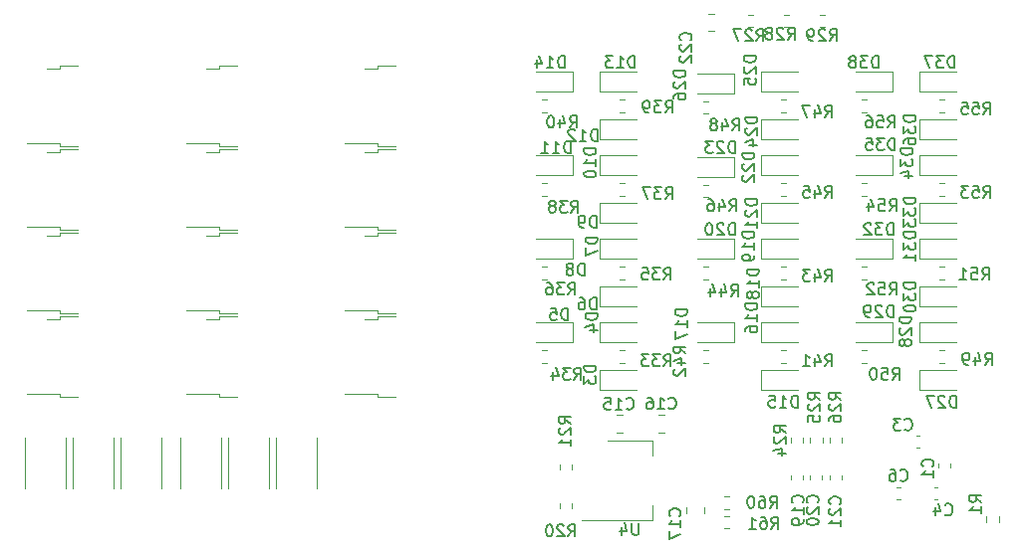
<source format=gbr>
%TF.GenerationSoftware,KiCad,Pcbnew,6.0.9-1.fc36*%
%TF.CreationDate,2022-11-17T16:55:00+00:00*%
%TF.ProjectId,esc,6573632e-6b69-4636-9164-5f7063625858,rev?*%
%TF.SameCoordinates,Original*%
%TF.FileFunction,Legend,Bot*%
%TF.FilePolarity,Positive*%
%FSLAX46Y46*%
G04 Gerber Fmt 4.6, Leading zero omitted, Abs format (unit mm)*
G04 Created by KiCad (PCBNEW 6.0.9-1.fc36) date 2022-11-17 16:55:00*
%MOMM*%
%LPD*%
G01*
G04 APERTURE LIST*
%ADD10C,0.150000*%
%ADD11C,0.120000*%
G04 APERTURE END LIST*
D10*
%TO.C,R43*%
X122181857Y-107640380D02*
X122515190Y-107164190D01*
X122753285Y-107640380D02*
X122753285Y-106640380D01*
X122372333Y-106640380D01*
X122277095Y-106688000D01*
X122229476Y-106735619D01*
X122181857Y-106830857D01*
X122181857Y-106973714D01*
X122229476Y-107068952D01*
X122277095Y-107116571D01*
X122372333Y-107164190D01*
X122753285Y-107164190D01*
X121324714Y-106973714D02*
X121324714Y-107640380D01*
X121562809Y-106592761D02*
X121800904Y-107307047D01*
X121181857Y-107307047D01*
X120896142Y-106640380D02*
X120277095Y-106640380D01*
X120610428Y-107021333D01*
X120467571Y-107021333D01*
X120372333Y-107068952D01*
X120324714Y-107116571D01*
X120277095Y-107211809D01*
X120277095Y-107449904D01*
X120324714Y-107545142D01*
X120372333Y-107592761D01*
X120467571Y-107640380D01*
X120753285Y-107640380D01*
X120848523Y-107592761D01*
X120896142Y-107545142D01*
%TO.C,D18*%
X116530380Y-106608714D02*
X115530380Y-106608714D01*
X115530380Y-106846809D01*
X115578000Y-106989666D01*
X115673238Y-107084904D01*
X115768476Y-107132523D01*
X115958952Y-107180142D01*
X116101809Y-107180142D01*
X116292285Y-107132523D01*
X116387523Y-107084904D01*
X116482761Y-106989666D01*
X116530380Y-106846809D01*
X116530380Y-106608714D01*
X116530380Y-108132523D02*
X116530380Y-107561095D01*
X116530380Y-107846809D02*
X115530380Y-107846809D01*
X115673238Y-107751571D01*
X115768476Y-107656333D01*
X115816095Y-107561095D01*
X115958952Y-108703952D02*
X115911333Y-108608714D01*
X115863714Y-108561095D01*
X115768476Y-108513476D01*
X115720857Y-108513476D01*
X115625619Y-108561095D01*
X115578000Y-108608714D01*
X115530380Y-108703952D01*
X115530380Y-108894428D01*
X115578000Y-108989666D01*
X115625619Y-109037285D01*
X115720857Y-109084904D01*
X115768476Y-109084904D01*
X115863714Y-109037285D01*
X115911333Y-108989666D01*
X115958952Y-108894428D01*
X115958952Y-108703952D01*
X116006571Y-108608714D01*
X116054190Y-108561095D01*
X116149428Y-108513476D01*
X116339904Y-108513476D01*
X116435142Y-108561095D01*
X116482761Y-108608714D01*
X116530380Y-108703952D01*
X116530380Y-108894428D01*
X116482761Y-108989666D01*
X116435142Y-109037285D01*
X116339904Y-109084904D01*
X116149428Y-109084904D01*
X116054190Y-109037285D01*
X116006571Y-108989666D01*
X115958952Y-108894428D01*
%TO.C,D38*%
X126690285Y-89479380D02*
X126690285Y-88479380D01*
X126452190Y-88479380D01*
X126309333Y-88527000D01*
X126214095Y-88622238D01*
X126166476Y-88717476D01*
X126118857Y-88907952D01*
X126118857Y-89050809D01*
X126166476Y-89241285D01*
X126214095Y-89336523D01*
X126309333Y-89431761D01*
X126452190Y-89479380D01*
X126690285Y-89479380D01*
X125785523Y-88479380D02*
X125166476Y-88479380D01*
X125499809Y-88860333D01*
X125356952Y-88860333D01*
X125261714Y-88907952D01*
X125214095Y-88955571D01*
X125166476Y-89050809D01*
X125166476Y-89288904D01*
X125214095Y-89384142D01*
X125261714Y-89431761D01*
X125356952Y-89479380D01*
X125642666Y-89479380D01*
X125737904Y-89431761D01*
X125785523Y-89384142D01*
X124595047Y-88907952D02*
X124690285Y-88860333D01*
X124737904Y-88812714D01*
X124785523Y-88717476D01*
X124785523Y-88669857D01*
X124737904Y-88574619D01*
X124690285Y-88527000D01*
X124595047Y-88479380D01*
X124404571Y-88479380D01*
X124309333Y-88527000D01*
X124261714Y-88574619D01*
X124214095Y-88669857D01*
X124214095Y-88717476D01*
X124261714Y-88812714D01*
X124309333Y-88860333D01*
X124404571Y-88907952D01*
X124595047Y-88907952D01*
X124690285Y-88955571D01*
X124737904Y-89003190D01*
X124785523Y-89098428D01*
X124785523Y-89288904D01*
X124737904Y-89384142D01*
X124690285Y-89431761D01*
X124595047Y-89479380D01*
X124404571Y-89479380D01*
X124309333Y-89431761D01*
X124261714Y-89384142D01*
X124214095Y-89288904D01*
X124214095Y-89098428D01*
X124261714Y-89003190D01*
X124309333Y-88955571D01*
X124404571Y-88907952D01*
%TO.C,R26*%
X123515380Y-117721142D02*
X123039190Y-117387809D01*
X123515380Y-117149714D02*
X122515380Y-117149714D01*
X122515380Y-117530666D01*
X122563000Y-117625904D01*
X122610619Y-117673523D01*
X122705857Y-117721142D01*
X122848714Y-117721142D01*
X122943952Y-117673523D01*
X122991571Y-117625904D01*
X123039190Y-117530666D01*
X123039190Y-117149714D01*
X122610619Y-118102095D02*
X122563000Y-118149714D01*
X122515380Y-118244952D01*
X122515380Y-118483047D01*
X122563000Y-118578285D01*
X122610619Y-118625904D01*
X122705857Y-118673523D01*
X122801095Y-118673523D01*
X122943952Y-118625904D01*
X123515380Y-118054476D01*
X123515380Y-118673523D01*
X122515380Y-119530666D02*
X122515380Y-119340190D01*
X122563000Y-119244952D01*
X122610619Y-119197333D01*
X122753476Y-119102095D01*
X122943952Y-119054476D01*
X123324904Y-119054476D01*
X123420142Y-119102095D01*
X123467761Y-119149714D01*
X123515380Y-119244952D01*
X123515380Y-119435428D01*
X123467761Y-119530666D01*
X123420142Y-119578285D01*
X123324904Y-119625904D01*
X123086809Y-119625904D01*
X122991571Y-119578285D01*
X122943952Y-119530666D01*
X122896333Y-119435428D01*
X122896333Y-119244952D01*
X122943952Y-119149714D01*
X122991571Y-119102095D01*
X123086809Y-119054476D01*
%TO.C,R47*%
X122181857Y-93670380D02*
X122515190Y-93194190D01*
X122753285Y-93670380D02*
X122753285Y-92670380D01*
X122372333Y-92670380D01*
X122277095Y-92718000D01*
X122229476Y-92765619D01*
X122181857Y-92860857D01*
X122181857Y-93003714D01*
X122229476Y-93098952D01*
X122277095Y-93146571D01*
X122372333Y-93194190D01*
X122753285Y-93194190D01*
X121324714Y-93003714D02*
X121324714Y-93670380D01*
X121562809Y-92622761D02*
X121800904Y-93337047D01*
X121181857Y-93337047D01*
X120896142Y-92670380D02*
X120229476Y-92670380D01*
X120658047Y-93670380D01*
%TO.C,D21*%
X116403380Y-100639714D02*
X115403380Y-100639714D01*
X115403380Y-100877809D01*
X115451000Y-101020666D01*
X115546238Y-101115904D01*
X115641476Y-101163523D01*
X115831952Y-101211142D01*
X115974809Y-101211142D01*
X116165285Y-101163523D01*
X116260523Y-101115904D01*
X116355761Y-101020666D01*
X116403380Y-100877809D01*
X116403380Y-100639714D01*
X115498619Y-101592095D02*
X115451000Y-101639714D01*
X115403380Y-101734952D01*
X115403380Y-101973047D01*
X115451000Y-102068285D01*
X115498619Y-102115904D01*
X115593857Y-102163523D01*
X115689095Y-102163523D01*
X115831952Y-102115904D01*
X116403380Y-101544476D01*
X116403380Y-102163523D01*
X116403380Y-103115904D02*
X116403380Y-102544476D01*
X116403380Y-102830190D02*
X115403380Y-102830190D01*
X115546238Y-102734952D01*
X115641476Y-102639714D01*
X115689095Y-102544476D01*
%TO.C,R1*%
X135453380Y-126452333D02*
X134977190Y-126119000D01*
X135453380Y-125880904D02*
X134453380Y-125880904D01*
X134453380Y-126261857D01*
X134501000Y-126357095D01*
X134548619Y-126404714D01*
X134643857Y-126452333D01*
X134786714Y-126452333D01*
X134881952Y-126404714D01*
X134929571Y-126357095D01*
X134977190Y-126261857D01*
X134977190Y-125880904D01*
X135453380Y-127404714D02*
X135453380Y-126833285D01*
X135453380Y-127119000D02*
X134453380Y-127119000D01*
X134596238Y-127023761D01*
X134691476Y-126928523D01*
X134739095Y-126833285D01*
%TO.C,D4*%
X102814380Y-110386904D02*
X101814380Y-110386904D01*
X101814380Y-110625000D01*
X101862000Y-110767857D01*
X101957238Y-110863095D01*
X102052476Y-110910714D01*
X102242952Y-110958333D01*
X102385809Y-110958333D01*
X102576285Y-110910714D01*
X102671523Y-110863095D01*
X102766761Y-110767857D01*
X102814380Y-110625000D01*
X102814380Y-110386904D01*
X102147714Y-111815476D02*
X102814380Y-111815476D01*
X101766761Y-111577380D02*
X102481047Y-111339285D01*
X102481047Y-111958333D01*
%TO.C,R25*%
X121737380Y-117721142D02*
X121261190Y-117387809D01*
X121737380Y-117149714D02*
X120737380Y-117149714D01*
X120737380Y-117530666D01*
X120785000Y-117625904D01*
X120832619Y-117673523D01*
X120927857Y-117721142D01*
X121070714Y-117721142D01*
X121165952Y-117673523D01*
X121213571Y-117625904D01*
X121261190Y-117530666D01*
X121261190Y-117149714D01*
X120832619Y-118102095D02*
X120785000Y-118149714D01*
X120737380Y-118244952D01*
X120737380Y-118483047D01*
X120785000Y-118578285D01*
X120832619Y-118625904D01*
X120927857Y-118673523D01*
X121023095Y-118673523D01*
X121165952Y-118625904D01*
X121737380Y-118054476D01*
X121737380Y-118673523D01*
X120737380Y-119578285D02*
X120737380Y-119102095D01*
X121213571Y-119054476D01*
X121165952Y-119102095D01*
X121118333Y-119197333D01*
X121118333Y-119435428D01*
X121165952Y-119530666D01*
X121213571Y-119578285D01*
X121308809Y-119625904D01*
X121546904Y-119625904D01*
X121642142Y-119578285D01*
X121689761Y-119530666D01*
X121737380Y-119435428D01*
X121737380Y-119197333D01*
X121689761Y-119102095D01*
X121642142Y-119054476D01*
%TO.C,D5*%
X100306095Y-110942380D02*
X100306095Y-109942380D01*
X100068000Y-109942380D01*
X99925142Y-109990000D01*
X99829904Y-110085238D01*
X99782285Y-110180476D01*
X99734666Y-110370952D01*
X99734666Y-110513809D01*
X99782285Y-110704285D01*
X99829904Y-110799523D01*
X99925142Y-110894761D01*
X100068000Y-110942380D01*
X100306095Y-110942380D01*
X98829904Y-109942380D02*
X99306095Y-109942380D01*
X99353714Y-110418571D01*
X99306095Y-110370952D01*
X99210857Y-110323333D01*
X98972761Y-110323333D01*
X98877523Y-110370952D01*
X98829904Y-110418571D01*
X98782285Y-110513809D01*
X98782285Y-110751904D01*
X98829904Y-110847142D01*
X98877523Y-110894761D01*
X98972761Y-110942380D01*
X99210857Y-110942380D01*
X99306095Y-110894761D01*
X99353714Y-110847142D01*
%TO.C,R40*%
X100464857Y-94559380D02*
X100798190Y-94083190D01*
X101036285Y-94559380D02*
X101036285Y-93559380D01*
X100655333Y-93559380D01*
X100560095Y-93607000D01*
X100512476Y-93654619D01*
X100464857Y-93749857D01*
X100464857Y-93892714D01*
X100512476Y-93987952D01*
X100560095Y-94035571D01*
X100655333Y-94083190D01*
X101036285Y-94083190D01*
X99607714Y-93892714D02*
X99607714Y-94559380D01*
X99845809Y-93511761D02*
X100083904Y-94226047D01*
X99464857Y-94226047D01*
X98893428Y-93559380D02*
X98798190Y-93559380D01*
X98702952Y-93607000D01*
X98655333Y-93654619D01*
X98607714Y-93749857D01*
X98560095Y-93940333D01*
X98560095Y-94178428D01*
X98607714Y-94368904D01*
X98655333Y-94464142D01*
X98702952Y-94511761D01*
X98798190Y-94559380D01*
X98893428Y-94559380D01*
X98988666Y-94511761D01*
X99036285Y-94464142D01*
X99083904Y-94368904D01*
X99131523Y-94178428D01*
X99131523Y-93940333D01*
X99083904Y-93749857D01*
X99036285Y-93654619D01*
X98988666Y-93607000D01*
X98893428Y-93559380D01*
%TO.C,D31*%
X129865380Y-103433714D02*
X128865380Y-103433714D01*
X128865380Y-103671809D01*
X128913000Y-103814666D01*
X129008238Y-103909904D01*
X129103476Y-103957523D01*
X129293952Y-104005142D01*
X129436809Y-104005142D01*
X129627285Y-103957523D01*
X129722523Y-103909904D01*
X129817761Y-103814666D01*
X129865380Y-103671809D01*
X129865380Y-103433714D01*
X128865380Y-104338476D02*
X128865380Y-104957523D01*
X129246333Y-104624190D01*
X129246333Y-104767047D01*
X129293952Y-104862285D01*
X129341571Y-104909904D01*
X129436809Y-104957523D01*
X129674904Y-104957523D01*
X129770142Y-104909904D01*
X129817761Y-104862285D01*
X129865380Y-104767047D01*
X129865380Y-104481333D01*
X129817761Y-104386095D01*
X129770142Y-104338476D01*
X129865380Y-105909904D02*
X129865380Y-105338476D01*
X129865380Y-105624190D02*
X128865380Y-105624190D01*
X129008238Y-105528952D01*
X129103476Y-105433714D01*
X129151095Y-105338476D01*
%TO.C,D27*%
X133294285Y-118380380D02*
X133294285Y-117380380D01*
X133056190Y-117380380D01*
X132913333Y-117428000D01*
X132818095Y-117523238D01*
X132770476Y-117618476D01*
X132722857Y-117808952D01*
X132722857Y-117951809D01*
X132770476Y-118142285D01*
X132818095Y-118237523D01*
X132913333Y-118332761D01*
X133056190Y-118380380D01*
X133294285Y-118380380D01*
X132341904Y-117475619D02*
X132294285Y-117428000D01*
X132199047Y-117380380D01*
X131960952Y-117380380D01*
X131865714Y-117428000D01*
X131818095Y-117475619D01*
X131770476Y-117570857D01*
X131770476Y-117666095D01*
X131818095Y-117808952D01*
X132389523Y-118380380D01*
X131770476Y-118380380D01*
X131437142Y-117380380D02*
X130770476Y-117380380D01*
X131199047Y-118380380D01*
%TO.C,D37*%
X133167285Y-89479380D02*
X133167285Y-88479380D01*
X132929190Y-88479380D01*
X132786333Y-88527000D01*
X132691095Y-88622238D01*
X132643476Y-88717476D01*
X132595857Y-88907952D01*
X132595857Y-89050809D01*
X132643476Y-89241285D01*
X132691095Y-89336523D01*
X132786333Y-89431761D01*
X132929190Y-89479380D01*
X133167285Y-89479380D01*
X132262523Y-88479380D02*
X131643476Y-88479380D01*
X131976809Y-88860333D01*
X131833952Y-88860333D01*
X131738714Y-88907952D01*
X131691095Y-88955571D01*
X131643476Y-89050809D01*
X131643476Y-89288904D01*
X131691095Y-89384142D01*
X131738714Y-89431761D01*
X131833952Y-89479380D01*
X132119666Y-89479380D01*
X132214904Y-89431761D01*
X132262523Y-89384142D01*
X131310142Y-88479380D02*
X130643476Y-88479380D01*
X131072047Y-89479380D01*
%TO.C,D7*%
X102814380Y-103909904D02*
X101814380Y-103909904D01*
X101814380Y-104148000D01*
X101862000Y-104290857D01*
X101957238Y-104386095D01*
X102052476Y-104433714D01*
X102242952Y-104481333D01*
X102385809Y-104481333D01*
X102576285Y-104433714D01*
X102671523Y-104386095D01*
X102766761Y-104290857D01*
X102814380Y-104148000D01*
X102814380Y-103909904D01*
X101814380Y-104814666D02*
X101814380Y-105481333D01*
X102814380Y-105052761D01*
%TO.C,R42*%
X110307380Y-113784142D02*
X109831190Y-113450809D01*
X110307380Y-113212714D02*
X109307380Y-113212714D01*
X109307380Y-113593666D01*
X109355000Y-113688904D01*
X109402619Y-113736523D01*
X109497857Y-113784142D01*
X109640714Y-113784142D01*
X109735952Y-113736523D01*
X109783571Y-113688904D01*
X109831190Y-113593666D01*
X109831190Y-113212714D01*
X109640714Y-114641285D02*
X110307380Y-114641285D01*
X109259761Y-114403190D02*
X109974047Y-114165095D01*
X109974047Y-114784142D01*
X109402619Y-115117476D02*
X109355000Y-115165095D01*
X109307380Y-115260333D01*
X109307380Y-115498428D01*
X109355000Y-115593666D01*
X109402619Y-115641285D01*
X109497857Y-115688904D01*
X109593095Y-115688904D01*
X109735952Y-115641285D01*
X110307380Y-115069857D01*
X110307380Y-115688904D01*
%TO.C,R45*%
X122181857Y-100528380D02*
X122515190Y-100052190D01*
X122753285Y-100528380D02*
X122753285Y-99528380D01*
X122372333Y-99528380D01*
X122277095Y-99576000D01*
X122229476Y-99623619D01*
X122181857Y-99718857D01*
X122181857Y-99861714D01*
X122229476Y-99956952D01*
X122277095Y-100004571D01*
X122372333Y-100052190D01*
X122753285Y-100052190D01*
X121324714Y-99861714D02*
X121324714Y-100528380D01*
X121562809Y-99480761D02*
X121800904Y-100195047D01*
X121181857Y-100195047D01*
X120324714Y-99528380D02*
X120800904Y-99528380D01*
X120848523Y-100004571D01*
X120800904Y-99956952D01*
X120705666Y-99909333D01*
X120467571Y-99909333D01*
X120372333Y-99956952D01*
X120324714Y-100004571D01*
X120277095Y-100099809D01*
X120277095Y-100337904D01*
X120324714Y-100433142D01*
X120372333Y-100480761D01*
X120467571Y-100528380D01*
X120705666Y-100528380D01*
X120800904Y-100480761D01*
X120848523Y-100433142D01*
%TO.C,D20*%
X114498285Y-103703380D02*
X114498285Y-102703380D01*
X114260190Y-102703380D01*
X114117333Y-102751000D01*
X114022095Y-102846238D01*
X113974476Y-102941476D01*
X113926857Y-103131952D01*
X113926857Y-103274809D01*
X113974476Y-103465285D01*
X114022095Y-103560523D01*
X114117333Y-103655761D01*
X114260190Y-103703380D01*
X114498285Y-103703380D01*
X113545904Y-102798619D02*
X113498285Y-102751000D01*
X113403047Y-102703380D01*
X113164952Y-102703380D01*
X113069714Y-102751000D01*
X113022095Y-102798619D01*
X112974476Y-102893857D01*
X112974476Y-102989095D01*
X113022095Y-103131952D01*
X113593523Y-103703380D01*
X112974476Y-103703380D01*
X112355428Y-102703380D02*
X112260190Y-102703380D01*
X112164952Y-102751000D01*
X112117333Y-102798619D01*
X112069714Y-102893857D01*
X112022095Y-103084333D01*
X112022095Y-103322428D01*
X112069714Y-103512904D01*
X112117333Y-103608142D01*
X112164952Y-103655761D01*
X112260190Y-103703380D01*
X112355428Y-103703380D01*
X112450666Y-103655761D01*
X112498285Y-103608142D01*
X112545904Y-103512904D01*
X112593523Y-103322428D01*
X112593523Y-103084333D01*
X112545904Y-102893857D01*
X112498285Y-102798619D01*
X112450666Y-102751000D01*
X112355428Y-102703380D01*
%TO.C,D32*%
X127960285Y-103703380D02*
X127960285Y-102703380D01*
X127722190Y-102703380D01*
X127579333Y-102751000D01*
X127484095Y-102846238D01*
X127436476Y-102941476D01*
X127388857Y-103131952D01*
X127388857Y-103274809D01*
X127436476Y-103465285D01*
X127484095Y-103560523D01*
X127579333Y-103655761D01*
X127722190Y-103703380D01*
X127960285Y-103703380D01*
X127055523Y-102703380D02*
X126436476Y-102703380D01*
X126769809Y-103084333D01*
X126626952Y-103084333D01*
X126531714Y-103131952D01*
X126484095Y-103179571D01*
X126436476Y-103274809D01*
X126436476Y-103512904D01*
X126484095Y-103608142D01*
X126531714Y-103655761D01*
X126626952Y-103703380D01*
X126912666Y-103703380D01*
X127007904Y-103655761D01*
X127055523Y-103608142D01*
X126055523Y-102798619D02*
X126007904Y-102751000D01*
X125912666Y-102703380D01*
X125674571Y-102703380D01*
X125579333Y-102751000D01*
X125531714Y-102798619D01*
X125484095Y-102893857D01*
X125484095Y-102989095D01*
X125531714Y-103131952D01*
X126103142Y-103703380D01*
X125484095Y-103703380D01*
%TO.C,R52*%
X127642857Y-108783380D02*
X127976190Y-108307190D01*
X128214285Y-108783380D02*
X128214285Y-107783380D01*
X127833333Y-107783380D01*
X127738095Y-107831000D01*
X127690476Y-107878619D01*
X127642857Y-107973857D01*
X127642857Y-108116714D01*
X127690476Y-108211952D01*
X127738095Y-108259571D01*
X127833333Y-108307190D01*
X128214285Y-108307190D01*
X126738095Y-107783380D02*
X127214285Y-107783380D01*
X127261904Y-108259571D01*
X127214285Y-108211952D01*
X127119047Y-108164333D01*
X126880952Y-108164333D01*
X126785714Y-108211952D01*
X126738095Y-108259571D01*
X126690476Y-108354809D01*
X126690476Y-108592904D01*
X126738095Y-108688142D01*
X126785714Y-108735761D01*
X126880952Y-108783380D01*
X127119047Y-108783380D01*
X127214285Y-108735761D01*
X127261904Y-108688142D01*
X126309523Y-107878619D02*
X126261904Y-107831000D01*
X126166666Y-107783380D01*
X125928571Y-107783380D01*
X125833333Y-107831000D01*
X125785714Y-107878619D01*
X125738095Y-107973857D01*
X125738095Y-108069095D01*
X125785714Y-108211952D01*
X126357142Y-108783380D01*
X125738095Y-108783380D01*
%TO.C,C17*%
X109802142Y-127627142D02*
X109849761Y-127579523D01*
X109897380Y-127436666D01*
X109897380Y-127341428D01*
X109849761Y-127198571D01*
X109754523Y-127103333D01*
X109659285Y-127055714D01*
X109468809Y-127008095D01*
X109325952Y-127008095D01*
X109135476Y-127055714D01*
X109040238Y-127103333D01*
X108945000Y-127198571D01*
X108897380Y-127341428D01*
X108897380Y-127436666D01*
X108945000Y-127579523D01*
X108992619Y-127627142D01*
X109897380Y-128579523D02*
X109897380Y-128008095D01*
X109897380Y-128293809D02*
X108897380Y-128293809D01*
X109040238Y-128198571D01*
X109135476Y-128103333D01*
X109183095Y-128008095D01*
X108897380Y-128912857D02*
X108897380Y-129579523D01*
X109897380Y-129150952D01*
%TO.C,D14*%
X100020285Y-89479380D02*
X100020285Y-88479380D01*
X99782190Y-88479380D01*
X99639333Y-88527000D01*
X99544095Y-88622238D01*
X99496476Y-88717476D01*
X99448857Y-88907952D01*
X99448857Y-89050809D01*
X99496476Y-89241285D01*
X99544095Y-89336523D01*
X99639333Y-89431761D01*
X99782190Y-89479380D01*
X100020285Y-89479380D01*
X98496476Y-89479380D02*
X99067904Y-89479380D01*
X98782190Y-89479380D02*
X98782190Y-88479380D01*
X98877428Y-88622238D01*
X98972666Y-88717476D01*
X99067904Y-88765095D01*
X97639333Y-88812714D02*
X97639333Y-89479380D01*
X97877428Y-88431761D02*
X98115523Y-89146047D01*
X97496476Y-89146047D01*
%TO.C,D33*%
X129865380Y-100512714D02*
X128865380Y-100512714D01*
X128865380Y-100750809D01*
X128913000Y-100893666D01*
X129008238Y-100988904D01*
X129103476Y-101036523D01*
X129293952Y-101084142D01*
X129436809Y-101084142D01*
X129627285Y-101036523D01*
X129722523Y-100988904D01*
X129817761Y-100893666D01*
X129865380Y-100750809D01*
X129865380Y-100512714D01*
X128865380Y-101417476D02*
X128865380Y-102036523D01*
X129246333Y-101703190D01*
X129246333Y-101846047D01*
X129293952Y-101941285D01*
X129341571Y-101988904D01*
X129436809Y-102036523D01*
X129674904Y-102036523D01*
X129770142Y-101988904D01*
X129817761Y-101941285D01*
X129865380Y-101846047D01*
X129865380Y-101560333D01*
X129817761Y-101465095D01*
X129770142Y-101417476D01*
X128865380Y-102369857D02*
X128865380Y-102988904D01*
X129246333Y-102655571D01*
X129246333Y-102798428D01*
X129293952Y-102893666D01*
X129341571Y-102941285D01*
X129436809Y-102988904D01*
X129674904Y-102988904D01*
X129770142Y-102941285D01*
X129817761Y-102893666D01*
X129865380Y-102798428D01*
X129865380Y-102512714D01*
X129817761Y-102417476D01*
X129770142Y-102369857D01*
%TO.C,R24*%
X118816380Y-120515142D02*
X118340190Y-120181809D01*
X118816380Y-119943714D02*
X117816380Y-119943714D01*
X117816380Y-120324666D01*
X117864000Y-120419904D01*
X117911619Y-120467523D01*
X118006857Y-120515142D01*
X118149714Y-120515142D01*
X118244952Y-120467523D01*
X118292571Y-120419904D01*
X118340190Y-120324666D01*
X118340190Y-119943714D01*
X117911619Y-120896095D02*
X117864000Y-120943714D01*
X117816380Y-121038952D01*
X117816380Y-121277047D01*
X117864000Y-121372285D01*
X117911619Y-121419904D01*
X118006857Y-121467523D01*
X118102095Y-121467523D01*
X118244952Y-121419904D01*
X118816380Y-120848476D01*
X118816380Y-121467523D01*
X118149714Y-122324666D02*
X118816380Y-122324666D01*
X117768761Y-122086571D02*
X118483047Y-121848476D01*
X118483047Y-122467523D01*
%TO.C,R20*%
X100337857Y-129357380D02*
X100671190Y-128881190D01*
X100909285Y-129357380D02*
X100909285Y-128357380D01*
X100528333Y-128357380D01*
X100433095Y-128405000D01*
X100385476Y-128452619D01*
X100337857Y-128547857D01*
X100337857Y-128690714D01*
X100385476Y-128785952D01*
X100433095Y-128833571D01*
X100528333Y-128881190D01*
X100909285Y-128881190D01*
X99956904Y-128452619D02*
X99909285Y-128405000D01*
X99814047Y-128357380D01*
X99575952Y-128357380D01*
X99480714Y-128405000D01*
X99433095Y-128452619D01*
X99385476Y-128547857D01*
X99385476Y-128643095D01*
X99433095Y-128785952D01*
X100004523Y-129357380D01*
X99385476Y-129357380D01*
X98766428Y-128357380D02*
X98671190Y-128357380D01*
X98575952Y-128405000D01*
X98528333Y-128452619D01*
X98480714Y-128547857D01*
X98433095Y-128738333D01*
X98433095Y-128976428D01*
X98480714Y-129166904D01*
X98528333Y-129262142D01*
X98575952Y-129309761D01*
X98671190Y-129357380D01*
X98766428Y-129357380D01*
X98861666Y-129309761D01*
X98909285Y-129262142D01*
X98956904Y-129166904D01*
X99004523Y-128976428D01*
X99004523Y-128738333D01*
X98956904Y-128547857D01*
X98909285Y-128452619D01*
X98861666Y-128405000D01*
X98766428Y-128357380D01*
%TO.C,R51*%
X135516857Y-107513380D02*
X135850190Y-107037190D01*
X136088285Y-107513380D02*
X136088285Y-106513380D01*
X135707333Y-106513380D01*
X135612095Y-106561000D01*
X135564476Y-106608619D01*
X135516857Y-106703857D01*
X135516857Y-106846714D01*
X135564476Y-106941952D01*
X135612095Y-106989571D01*
X135707333Y-107037190D01*
X136088285Y-107037190D01*
X134612095Y-106513380D02*
X135088285Y-106513380D01*
X135135904Y-106989571D01*
X135088285Y-106941952D01*
X134993047Y-106894333D01*
X134754952Y-106894333D01*
X134659714Y-106941952D01*
X134612095Y-106989571D01*
X134564476Y-107084809D01*
X134564476Y-107322904D01*
X134612095Y-107418142D01*
X134659714Y-107465761D01*
X134754952Y-107513380D01*
X134993047Y-107513380D01*
X135088285Y-107465761D01*
X135135904Y-107418142D01*
X133612095Y-107513380D02*
X134183523Y-107513380D01*
X133897809Y-107513380D02*
X133897809Y-106513380D01*
X133993047Y-106656238D01*
X134088285Y-106751476D01*
X134183523Y-106799095D01*
%TO.C,C21*%
X123420142Y-126611142D02*
X123467761Y-126563523D01*
X123515380Y-126420666D01*
X123515380Y-126325428D01*
X123467761Y-126182571D01*
X123372523Y-126087333D01*
X123277285Y-126039714D01*
X123086809Y-125992095D01*
X122943952Y-125992095D01*
X122753476Y-126039714D01*
X122658238Y-126087333D01*
X122563000Y-126182571D01*
X122515380Y-126325428D01*
X122515380Y-126420666D01*
X122563000Y-126563523D01*
X122610619Y-126611142D01*
X122610619Y-126992095D02*
X122563000Y-127039714D01*
X122515380Y-127134952D01*
X122515380Y-127373047D01*
X122563000Y-127468285D01*
X122610619Y-127515904D01*
X122705857Y-127563523D01*
X122801095Y-127563523D01*
X122943952Y-127515904D01*
X123515380Y-126944476D01*
X123515380Y-127563523D01*
X123515380Y-128515904D02*
X123515380Y-127944476D01*
X123515380Y-128230190D02*
X122515380Y-128230190D01*
X122658238Y-128134952D01*
X122753476Y-128039714D01*
X122801095Y-127944476D01*
%TO.C,D6*%
X102719095Y-110053380D02*
X102719095Y-109053380D01*
X102481000Y-109053380D01*
X102338142Y-109101000D01*
X102242904Y-109196238D01*
X102195285Y-109291476D01*
X102147666Y-109481952D01*
X102147666Y-109624809D01*
X102195285Y-109815285D01*
X102242904Y-109910523D01*
X102338142Y-110005761D01*
X102481000Y-110053380D01*
X102719095Y-110053380D01*
X101290523Y-109053380D02*
X101481000Y-109053380D01*
X101576238Y-109101000D01*
X101623857Y-109148619D01*
X101719095Y-109291476D01*
X101766714Y-109481952D01*
X101766714Y-109862904D01*
X101719095Y-109958142D01*
X101671476Y-110005761D01*
X101576238Y-110053380D01*
X101385761Y-110053380D01*
X101290523Y-110005761D01*
X101242904Y-109958142D01*
X101195285Y-109862904D01*
X101195285Y-109624809D01*
X101242904Y-109529571D01*
X101290523Y-109481952D01*
X101385761Y-109434333D01*
X101576238Y-109434333D01*
X101671476Y-109481952D01*
X101719095Y-109529571D01*
X101766714Y-109624809D01*
%TO.C,R36*%
X100337857Y-108783380D02*
X100671190Y-108307190D01*
X100909285Y-108783380D02*
X100909285Y-107783380D01*
X100528333Y-107783380D01*
X100433095Y-107831000D01*
X100385476Y-107878619D01*
X100337857Y-107973857D01*
X100337857Y-108116714D01*
X100385476Y-108211952D01*
X100433095Y-108259571D01*
X100528333Y-108307190D01*
X100909285Y-108307190D01*
X100004523Y-107783380D02*
X99385476Y-107783380D01*
X99718809Y-108164333D01*
X99575952Y-108164333D01*
X99480714Y-108211952D01*
X99433095Y-108259571D01*
X99385476Y-108354809D01*
X99385476Y-108592904D01*
X99433095Y-108688142D01*
X99480714Y-108735761D01*
X99575952Y-108783380D01*
X99861666Y-108783380D01*
X99956904Y-108735761D01*
X100004523Y-108688142D01*
X98528333Y-107783380D02*
X98718809Y-107783380D01*
X98814047Y-107831000D01*
X98861666Y-107878619D01*
X98956904Y-108021476D01*
X99004523Y-108211952D01*
X99004523Y-108592904D01*
X98956904Y-108688142D01*
X98909285Y-108735761D01*
X98814047Y-108783380D01*
X98623571Y-108783380D01*
X98528333Y-108735761D01*
X98480714Y-108688142D01*
X98433095Y-108592904D01*
X98433095Y-108354809D01*
X98480714Y-108259571D01*
X98528333Y-108211952D01*
X98623571Y-108164333D01*
X98814047Y-108164333D01*
X98909285Y-108211952D01*
X98956904Y-108259571D01*
X99004523Y-108354809D01*
%TO.C,D22*%
X116149380Y-96702714D02*
X115149380Y-96702714D01*
X115149380Y-96940809D01*
X115197000Y-97083666D01*
X115292238Y-97178904D01*
X115387476Y-97226523D01*
X115577952Y-97274142D01*
X115720809Y-97274142D01*
X115911285Y-97226523D01*
X116006523Y-97178904D01*
X116101761Y-97083666D01*
X116149380Y-96940809D01*
X116149380Y-96702714D01*
X115244619Y-97655095D02*
X115197000Y-97702714D01*
X115149380Y-97797952D01*
X115149380Y-98036047D01*
X115197000Y-98131285D01*
X115244619Y-98178904D01*
X115339857Y-98226523D01*
X115435095Y-98226523D01*
X115577952Y-98178904D01*
X116149380Y-97607476D01*
X116149380Y-98226523D01*
X115244619Y-98607476D02*
X115197000Y-98655095D01*
X115149380Y-98750333D01*
X115149380Y-98988428D01*
X115197000Y-99083666D01*
X115244619Y-99131285D01*
X115339857Y-99178904D01*
X115435095Y-99178904D01*
X115577952Y-99131285D01*
X116149380Y-98559857D01*
X116149380Y-99178904D01*
%TO.C,C15*%
X105290857Y-118467142D02*
X105338476Y-118514761D01*
X105481333Y-118562380D01*
X105576571Y-118562380D01*
X105719428Y-118514761D01*
X105814666Y-118419523D01*
X105862285Y-118324285D01*
X105909904Y-118133809D01*
X105909904Y-117990952D01*
X105862285Y-117800476D01*
X105814666Y-117705238D01*
X105719428Y-117610000D01*
X105576571Y-117562380D01*
X105481333Y-117562380D01*
X105338476Y-117610000D01*
X105290857Y-117657619D01*
X104338476Y-118562380D02*
X104909904Y-118562380D01*
X104624190Y-118562380D02*
X104624190Y-117562380D01*
X104719428Y-117705238D01*
X104814666Y-117800476D01*
X104909904Y-117848095D01*
X103433714Y-117562380D02*
X103909904Y-117562380D01*
X103957523Y-118038571D01*
X103909904Y-117990952D01*
X103814666Y-117943333D01*
X103576571Y-117943333D01*
X103481333Y-117990952D01*
X103433714Y-118038571D01*
X103386095Y-118133809D01*
X103386095Y-118371904D01*
X103433714Y-118467142D01*
X103481333Y-118514761D01*
X103576571Y-118562380D01*
X103814666Y-118562380D01*
X103909904Y-118514761D01*
X103957523Y-118467142D01*
%TO.C,R29*%
X122562857Y-87178380D02*
X122896190Y-86702190D01*
X123134285Y-87178380D02*
X123134285Y-86178380D01*
X122753333Y-86178380D01*
X122658095Y-86226000D01*
X122610476Y-86273619D01*
X122562857Y-86368857D01*
X122562857Y-86511714D01*
X122610476Y-86606952D01*
X122658095Y-86654571D01*
X122753333Y-86702190D01*
X123134285Y-86702190D01*
X122181904Y-86273619D02*
X122134285Y-86226000D01*
X122039047Y-86178380D01*
X121800952Y-86178380D01*
X121705714Y-86226000D01*
X121658095Y-86273619D01*
X121610476Y-86368857D01*
X121610476Y-86464095D01*
X121658095Y-86606952D01*
X122229523Y-87178380D01*
X121610476Y-87178380D01*
X121134285Y-87178380D02*
X120943809Y-87178380D01*
X120848571Y-87130761D01*
X120800952Y-87083142D01*
X120705714Y-86940285D01*
X120658095Y-86749809D01*
X120658095Y-86368857D01*
X120705714Y-86273619D01*
X120753333Y-86226000D01*
X120848571Y-86178380D01*
X121039047Y-86178380D01*
X121134285Y-86226000D01*
X121181904Y-86273619D01*
X121229523Y-86368857D01*
X121229523Y-86606952D01*
X121181904Y-86702190D01*
X121134285Y-86749809D01*
X121039047Y-86797428D01*
X120848571Y-86797428D01*
X120753333Y-86749809D01*
X120705714Y-86702190D01*
X120658095Y-86606952D01*
%TO.C,R34*%
X100845857Y-116022380D02*
X101179190Y-115546190D01*
X101417285Y-116022380D02*
X101417285Y-115022380D01*
X101036333Y-115022380D01*
X100941095Y-115070000D01*
X100893476Y-115117619D01*
X100845857Y-115212857D01*
X100845857Y-115355714D01*
X100893476Y-115450952D01*
X100941095Y-115498571D01*
X101036333Y-115546190D01*
X101417285Y-115546190D01*
X100512523Y-115022380D02*
X99893476Y-115022380D01*
X100226809Y-115403333D01*
X100083952Y-115403333D01*
X99988714Y-115450952D01*
X99941095Y-115498571D01*
X99893476Y-115593809D01*
X99893476Y-115831904D01*
X99941095Y-115927142D01*
X99988714Y-115974761D01*
X100083952Y-116022380D01*
X100369666Y-116022380D01*
X100464904Y-115974761D01*
X100512523Y-115927142D01*
X99036333Y-115355714D02*
X99036333Y-116022380D01*
X99274428Y-114974761D02*
X99512523Y-115689047D01*
X98893476Y-115689047D01*
%TO.C,R50*%
X127896857Y-116022380D02*
X128230190Y-115546190D01*
X128468285Y-116022380D02*
X128468285Y-115022380D01*
X128087333Y-115022380D01*
X127992095Y-115070000D01*
X127944476Y-115117619D01*
X127896857Y-115212857D01*
X127896857Y-115355714D01*
X127944476Y-115450952D01*
X127992095Y-115498571D01*
X128087333Y-115546190D01*
X128468285Y-115546190D01*
X126992095Y-115022380D02*
X127468285Y-115022380D01*
X127515904Y-115498571D01*
X127468285Y-115450952D01*
X127373047Y-115403333D01*
X127134952Y-115403333D01*
X127039714Y-115450952D01*
X126992095Y-115498571D01*
X126944476Y-115593809D01*
X126944476Y-115831904D01*
X126992095Y-115927142D01*
X127039714Y-115974761D01*
X127134952Y-116022380D01*
X127373047Y-116022380D01*
X127468285Y-115974761D01*
X127515904Y-115927142D01*
X126325428Y-115022380D02*
X126230190Y-115022380D01*
X126134952Y-115070000D01*
X126087333Y-115117619D01*
X126039714Y-115212857D01*
X125992095Y-115403333D01*
X125992095Y-115641428D01*
X126039714Y-115831904D01*
X126087333Y-115927142D01*
X126134952Y-115974761D01*
X126230190Y-116022380D01*
X126325428Y-116022380D01*
X126420666Y-115974761D01*
X126468285Y-115927142D01*
X126515904Y-115831904D01*
X126563523Y-115641428D01*
X126563523Y-115403333D01*
X126515904Y-115212857D01*
X126468285Y-115117619D01*
X126420666Y-115070000D01*
X126325428Y-115022380D01*
%TO.C,R28*%
X119006857Y-87066380D02*
X119340190Y-86590190D01*
X119578285Y-87066380D02*
X119578285Y-86066380D01*
X119197333Y-86066380D01*
X119102095Y-86114000D01*
X119054476Y-86161619D01*
X119006857Y-86256857D01*
X119006857Y-86399714D01*
X119054476Y-86494952D01*
X119102095Y-86542571D01*
X119197333Y-86590190D01*
X119578285Y-86590190D01*
X118625904Y-86161619D02*
X118578285Y-86114000D01*
X118483047Y-86066380D01*
X118244952Y-86066380D01*
X118149714Y-86114000D01*
X118102095Y-86161619D01*
X118054476Y-86256857D01*
X118054476Y-86352095D01*
X118102095Y-86494952D01*
X118673523Y-87066380D01*
X118054476Y-87066380D01*
X117483047Y-86494952D02*
X117578285Y-86447333D01*
X117625904Y-86399714D01*
X117673523Y-86304476D01*
X117673523Y-86256857D01*
X117625904Y-86161619D01*
X117578285Y-86114000D01*
X117483047Y-86066380D01*
X117292571Y-86066380D01*
X117197333Y-86114000D01*
X117149714Y-86161619D01*
X117102095Y-86256857D01*
X117102095Y-86304476D01*
X117149714Y-86399714D01*
X117197333Y-86447333D01*
X117292571Y-86494952D01*
X117483047Y-86494952D01*
X117578285Y-86542571D01*
X117625904Y-86590190D01*
X117673523Y-86685428D01*
X117673523Y-86875904D01*
X117625904Y-86971142D01*
X117578285Y-87018761D01*
X117483047Y-87066380D01*
X117292571Y-87066380D01*
X117197333Y-87018761D01*
X117149714Y-86971142D01*
X117102095Y-86875904D01*
X117102095Y-86685428D01*
X117149714Y-86590190D01*
X117197333Y-86542571D01*
X117292571Y-86494952D01*
%TO.C,D12*%
X102814285Y-95702380D02*
X102814285Y-94702380D01*
X102576190Y-94702380D01*
X102433333Y-94750000D01*
X102338095Y-94845238D01*
X102290476Y-94940476D01*
X102242857Y-95130952D01*
X102242857Y-95273809D01*
X102290476Y-95464285D01*
X102338095Y-95559523D01*
X102433333Y-95654761D01*
X102576190Y-95702380D01*
X102814285Y-95702380D01*
X101290476Y-95702380D02*
X101861904Y-95702380D01*
X101576190Y-95702380D02*
X101576190Y-94702380D01*
X101671428Y-94845238D01*
X101766666Y-94940476D01*
X101861904Y-94988095D01*
X100909523Y-94797619D02*
X100861904Y-94750000D01*
X100766666Y-94702380D01*
X100528571Y-94702380D01*
X100433333Y-94750000D01*
X100385714Y-94797619D01*
X100338095Y-94892857D01*
X100338095Y-94988095D01*
X100385714Y-95130952D01*
X100957142Y-95702380D01*
X100338095Y-95702380D01*
%TO.C,C6*%
X128563666Y-124563142D02*
X128611285Y-124610761D01*
X128754142Y-124658380D01*
X128849380Y-124658380D01*
X128992238Y-124610761D01*
X129087476Y-124515523D01*
X129135095Y-124420285D01*
X129182714Y-124229809D01*
X129182714Y-124086952D01*
X129135095Y-123896476D01*
X129087476Y-123801238D01*
X128992238Y-123706000D01*
X128849380Y-123658380D01*
X128754142Y-123658380D01*
X128611285Y-123706000D01*
X128563666Y-123753619D01*
X127706523Y-123658380D02*
X127897000Y-123658380D01*
X127992238Y-123706000D01*
X128039857Y-123753619D01*
X128135095Y-123896476D01*
X128182714Y-124086952D01*
X128182714Y-124467904D01*
X128135095Y-124563142D01*
X128087476Y-124610761D01*
X127992238Y-124658380D01*
X127801761Y-124658380D01*
X127706523Y-124610761D01*
X127658904Y-124563142D01*
X127611285Y-124467904D01*
X127611285Y-124229809D01*
X127658904Y-124134571D01*
X127706523Y-124086952D01*
X127801761Y-124039333D01*
X127992238Y-124039333D01*
X128087476Y-124086952D01*
X128135095Y-124134571D01*
X128182714Y-124229809D01*
%TO.C,R60*%
X117482857Y-126944380D02*
X117816190Y-126468190D01*
X118054285Y-126944380D02*
X118054285Y-125944380D01*
X117673333Y-125944380D01*
X117578095Y-125992000D01*
X117530476Y-126039619D01*
X117482857Y-126134857D01*
X117482857Y-126277714D01*
X117530476Y-126372952D01*
X117578095Y-126420571D01*
X117673333Y-126468190D01*
X118054285Y-126468190D01*
X116625714Y-125944380D02*
X116816190Y-125944380D01*
X116911428Y-125992000D01*
X116959047Y-126039619D01*
X117054285Y-126182476D01*
X117101904Y-126372952D01*
X117101904Y-126753904D01*
X117054285Y-126849142D01*
X117006666Y-126896761D01*
X116911428Y-126944380D01*
X116720952Y-126944380D01*
X116625714Y-126896761D01*
X116578095Y-126849142D01*
X116530476Y-126753904D01*
X116530476Y-126515809D01*
X116578095Y-126420571D01*
X116625714Y-126372952D01*
X116720952Y-126325333D01*
X116911428Y-126325333D01*
X117006666Y-126372952D01*
X117054285Y-126420571D01*
X117101904Y-126515809D01*
X115911428Y-125944380D02*
X115816190Y-125944380D01*
X115720952Y-125992000D01*
X115673333Y-126039619D01*
X115625714Y-126134857D01*
X115578095Y-126325333D01*
X115578095Y-126563428D01*
X115625714Y-126753904D01*
X115673333Y-126849142D01*
X115720952Y-126896761D01*
X115816190Y-126944380D01*
X115911428Y-126944380D01*
X116006666Y-126896761D01*
X116054285Y-126849142D01*
X116101904Y-126753904D01*
X116149523Y-126563428D01*
X116149523Y-126325333D01*
X116101904Y-126134857D01*
X116054285Y-126039619D01*
X116006666Y-125992000D01*
X115911428Y-125944380D01*
%TO.C,R61*%
X117609857Y-128722380D02*
X117943190Y-128246190D01*
X118181285Y-128722380D02*
X118181285Y-127722380D01*
X117800333Y-127722380D01*
X117705095Y-127770000D01*
X117657476Y-127817619D01*
X117609857Y-127912857D01*
X117609857Y-128055714D01*
X117657476Y-128150952D01*
X117705095Y-128198571D01*
X117800333Y-128246190D01*
X118181285Y-128246190D01*
X116752714Y-127722380D02*
X116943190Y-127722380D01*
X117038428Y-127770000D01*
X117086047Y-127817619D01*
X117181285Y-127960476D01*
X117228904Y-128150952D01*
X117228904Y-128531904D01*
X117181285Y-128627142D01*
X117133666Y-128674761D01*
X117038428Y-128722380D01*
X116847952Y-128722380D01*
X116752714Y-128674761D01*
X116705095Y-128627142D01*
X116657476Y-128531904D01*
X116657476Y-128293809D01*
X116705095Y-128198571D01*
X116752714Y-128150952D01*
X116847952Y-128103333D01*
X117038428Y-128103333D01*
X117133666Y-128150952D01*
X117181285Y-128198571D01*
X117228904Y-128293809D01*
X115705095Y-128722380D02*
X116276523Y-128722380D01*
X115990809Y-128722380D02*
X115990809Y-127722380D01*
X116086047Y-127865238D01*
X116181285Y-127960476D01*
X116276523Y-128008095D01*
%TO.C,D9*%
X102719095Y-103068380D02*
X102719095Y-102068380D01*
X102481000Y-102068380D01*
X102338142Y-102116000D01*
X102242904Y-102211238D01*
X102195285Y-102306476D01*
X102147666Y-102496952D01*
X102147666Y-102639809D01*
X102195285Y-102830285D01*
X102242904Y-102925523D01*
X102338142Y-103020761D01*
X102481000Y-103068380D01*
X102719095Y-103068380D01*
X101671476Y-103068380D02*
X101481000Y-103068380D01*
X101385761Y-103020761D01*
X101338142Y-102973142D01*
X101242904Y-102830285D01*
X101195285Y-102639809D01*
X101195285Y-102258857D01*
X101242904Y-102163619D01*
X101290523Y-102116000D01*
X101385761Y-102068380D01*
X101576238Y-102068380D01*
X101671476Y-102116000D01*
X101719095Y-102163619D01*
X101766714Y-102258857D01*
X101766714Y-102496952D01*
X101719095Y-102592190D01*
X101671476Y-102639809D01*
X101576238Y-102687428D01*
X101385761Y-102687428D01*
X101290523Y-102639809D01*
X101242904Y-102592190D01*
X101195285Y-102496952D01*
%TO.C,C22*%
X110720142Y-87114142D02*
X110767761Y-87066523D01*
X110815380Y-86923666D01*
X110815380Y-86828428D01*
X110767761Y-86685571D01*
X110672523Y-86590333D01*
X110577285Y-86542714D01*
X110386809Y-86495095D01*
X110243952Y-86495095D01*
X110053476Y-86542714D01*
X109958238Y-86590333D01*
X109863000Y-86685571D01*
X109815380Y-86828428D01*
X109815380Y-86923666D01*
X109863000Y-87066523D01*
X109910619Y-87114142D01*
X109910619Y-87495095D02*
X109863000Y-87542714D01*
X109815380Y-87637952D01*
X109815380Y-87876047D01*
X109863000Y-87971285D01*
X109910619Y-88018904D01*
X110005857Y-88066523D01*
X110101095Y-88066523D01*
X110243952Y-88018904D01*
X110815380Y-87447476D01*
X110815380Y-88066523D01*
X109910619Y-88447476D02*
X109863000Y-88495095D01*
X109815380Y-88590333D01*
X109815380Y-88828428D01*
X109863000Y-88923666D01*
X109910619Y-88971285D01*
X110005857Y-89018904D01*
X110101095Y-89018904D01*
X110243952Y-88971285D01*
X110815380Y-88399857D01*
X110815380Y-89018904D01*
%TO.C,R38*%
X100591857Y-101798380D02*
X100925190Y-101322190D01*
X101163285Y-101798380D02*
X101163285Y-100798380D01*
X100782333Y-100798380D01*
X100687095Y-100846000D01*
X100639476Y-100893619D01*
X100591857Y-100988857D01*
X100591857Y-101131714D01*
X100639476Y-101226952D01*
X100687095Y-101274571D01*
X100782333Y-101322190D01*
X101163285Y-101322190D01*
X100258523Y-100798380D02*
X99639476Y-100798380D01*
X99972809Y-101179333D01*
X99829952Y-101179333D01*
X99734714Y-101226952D01*
X99687095Y-101274571D01*
X99639476Y-101369809D01*
X99639476Y-101607904D01*
X99687095Y-101703142D01*
X99734714Y-101750761D01*
X99829952Y-101798380D01*
X100115666Y-101798380D01*
X100210904Y-101750761D01*
X100258523Y-101703142D01*
X99068047Y-101226952D02*
X99163285Y-101179333D01*
X99210904Y-101131714D01*
X99258523Y-101036476D01*
X99258523Y-100988857D01*
X99210904Y-100893619D01*
X99163285Y-100846000D01*
X99068047Y-100798380D01*
X98877571Y-100798380D01*
X98782333Y-100846000D01*
X98734714Y-100893619D01*
X98687095Y-100988857D01*
X98687095Y-101036476D01*
X98734714Y-101131714D01*
X98782333Y-101179333D01*
X98877571Y-101226952D01*
X99068047Y-101226952D01*
X99163285Y-101274571D01*
X99210904Y-101322190D01*
X99258523Y-101417428D01*
X99258523Y-101607904D01*
X99210904Y-101703142D01*
X99163285Y-101750761D01*
X99068047Y-101798380D01*
X98877571Y-101798380D01*
X98782333Y-101750761D01*
X98734714Y-101703142D01*
X98687095Y-101607904D01*
X98687095Y-101417428D01*
X98734714Y-101322190D01*
X98782333Y-101274571D01*
X98877571Y-101226952D01*
%TO.C,D26*%
X110307380Y-89717714D02*
X109307380Y-89717714D01*
X109307380Y-89955809D01*
X109355000Y-90098666D01*
X109450238Y-90193904D01*
X109545476Y-90241523D01*
X109735952Y-90289142D01*
X109878809Y-90289142D01*
X110069285Y-90241523D01*
X110164523Y-90193904D01*
X110259761Y-90098666D01*
X110307380Y-89955809D01*
X110307380Y-89717714D01*
X109402619Y-90670095D02*
X109355000Y-90717714D01*
X109307380Y-90812952D01*
X109307380Y-91051047D01*
X109355000Y-91146285D01*
X109402619Y-91193904D01*
X109497857Y-91241523D01*
X109593095Y-91241523D01*
X109735952Y-91193904D01*
X110307380Y-90622476D01*
X110307380Y-91241523D01*
X109307380Y-92098666D02*
X109307380Y-91908190D01*
X109355000Y-91812952D01*
X109402619Y-91765333D01*
X109545476Y-91670095D01*
X109735952Y-91622476D01*
X110116904Y-91622476D01*
X110212142Y-91670095D01*
X110259761Y-91717714D01*
X110307380Y-91812952D01*
X110307380Y-92003428D01*
X110259761Y-92098666D01*
X110212142Y-92146285D01*
X110116904Y-92193904D01*
X109878809Y-92193904D01*
X109783571Y-92146285D01*
X109735952Y-92098666D01*
X109688333Y-92003428D01*
X109688333Y-91812952D01*
X109735952Y-91717714D01*
X109783571Y-91670095D01*
X109878809Y-91622476D01*
%TO.C,C1*%
X131294142Y-123404333D02*
X131341761Y-123356714D01*
X131389380Y-123213857D01*
X131389380Y-123118619D01*
X131341761Y-122975761D01*
X131246523Y-122880523D01*
X131151285Y-122832904D01*
X130960809Y-122785285D01*
X130817952Y-122785285D01*
X130627476Y-122832904D01*
X130532238Y-122880523D01*
X130437000Y-122975761D01*
X130389380Y-123118619D01*
X130389380Y-123213857D01*
X130437000Y-123356714D01*
X130484619Y-123404333D01*
X131389380Y-124356714D02*
X131389380Y-123785285D01*
X131389380Y-124071000D02*
X130389380Y-124071000D01*
X130532238Y-123975761D01*
X130627476Y-123880523D01*
X130675095Y-123785285D01*
%TO.C,R54*%
X127642857Y-101671380D02*
X127976190Y-101195190D01*
X128214285Y-101671380D02*
X128214285Y-100671380D01*
X127833333Y-100671380D01*
X127738095Y-100719000D01*
X127690476Y-100766619D01*
X127642857Y-100861857D01*
X127642857Y-101004714D01*
X127690476Y-101099952D01*
X127738095Y-101147571D01*
X127833333Y-101195190D01*
X128214285Y-101195190D01*
X126738095Y-100671380D02*
X127214285Y-100671380D01*
X127261904Y-101147571D01*
X127214285Y-101099952D01*
X127119047Y-101052333D01*
X126880952Y-101052333D01*
X126785714Y-101099952D01*
X126738095Y-101147571D01*
X126690476Y-101242809D01*
X126690476Y-101480904D01*
X126738095Y-101576142D01*
X126785714Y-101623761D01*
X126880952Y-101671380D01*
X127119047Y-101671380D01*
X127214285Y-101623761D01*
X127261904Y-101576142D01*
X125833333Y-101004714D02*
X125833333Y-101671380D01*
X126071428Y-100623761D02*
X126309523Y-101338047D01*
X125690476Y-101338047D01*
%TO.C,D29*%
X127960285Y-110688380D02*
X127960285Y-109688380D01*
X127722190Y-109688380D01*
X127579333Y-109736000D01*
X127484095Y-109831238D01*
X127436476Y-109926476D01*
X127388857Y-110116952D01*
X127388857Y-110259809D01*
X127436476Y-110450285D01*
X127484095Y-110545523D01*
X127579333Y-110640761D01*
X127722190Y-110688380D01*
X127960285Y-110688380D01*
X127007904Y-109783619D02*
X126960285Y-109736000D01*
X126865047Y-109688380D01*
X126626952Y-109688380D01*
X126531714Y-109736000D01*
X126484095Y-109783619D01*
X126436476Y-109878857D01*
X126436476Y-109974095D01*
X126484095Y-110116952D01*
X127055523Y-110688380D01*
X126436476Y-110688380D01*
X125960285Y-110688380D02*
X125769809Y-110688380D01*
X125674571Y-110640761D01*
X125626952Y-110593142D01*
X125531714Y-110450285D01*
X125484095Y-110259809D01*
X125484095Y-109878857D01*
X125531714Y-109783619D01*
X125579333Y-109736000D01*
X125674571Y-109688380D01*
X125865047Y-109688380D01*
X125960285Y-109736000D01*
X126007904Y-109783619D01*
X126055523Y-109878857D01*
X126055523Y-110116952D01*
X126007904Y-110212190D01*
X125960285Y-110259809D01*
X125865047Y-110307428D01*
X125674571Y-110307428D01*
X125579333Y-110259809D01*
X125531714Y-110212190D01*
X125484095Y-110116952D01*
%TO.C,D25*%
X116276380Y-88447714D02*
X115276380Y-88447714D01*
X115276380Y-88685809D01*
X115324000Y-88828666D01*
X115419238Y-88923904D01*
X115514476Y-88971523D01*
X115704952Y-89019142D01*
X115847809Y-89019142D01*
X116038285Y-88971523D01*
X116133523Y-88923904D01*
X116228761Y-88828666D01*
X116276380Y-88685809D01*
X116276380Y-88447714D01*
X115371619Y-89400095D02*
X115324000Y-89447714D01*
X115276380Y-89542952D01*
X115276380Y-89781047D01*
X115324000Y-89876285D01*
X115371619Y-89923904D01*
X115466857Y-89971523D01*
X115562095Y-89971523D01*
X115704952Y-89923904D01*
X116276380Y-89352476D01*
X116276380Y-89971523D01*
X115276380Y-90876285D02*
X115276380Y-90400095D01*
X115752571Y-90352476D01*
X115704952Y-90400095D01*
X115657333Y-90495333D01*
X115657333Y-90733428D01*
X115704952Y-90828666D01*
X115752571Y-90876285D01*
X115847809Y-90923904D01*
X116085904Y-90923904D01*
X116181142Y-90876285D01*
X116228761Y-90828666D01*
X116276380Y-90733428D01*
X116276380Y-90495333D01*
X116228761Y-90400095D01*
X116181142Y-90352476D01*
%TO.C,D13*%
X105989285Y-89479380D02*
X105989285Y-88479380D01*
X105751190Y-88479380D01*
X105608333Y-88527000D01*
X105513095Y-88622238D01*
X105465476Y-88717476D01*
X105417857Y-88907952D01*
X105417857Y-89050809D01*
X105465476Y-89241285D01*
X105513095Y-89336523D01*
X105608333Y-89431761D01*
X105751190Y-89479380D01*
X105989285Y-89479380D01*
X104465476Y-89479380D02*
X105036904Y-89479380D01*
X104751190Y-89479380D02*
X104751190Y-88479380D01*
X104846428Y-88622238D01*
X104941666Y-88717476D01*
X105036904Y-88765095D01*
X104132142Y-88479380D02*
X103513095Y-88479380D01*
X103846428Y-88860333D01*
X103703571Y-88860333D01*
X103608333Y-88907952D01*
X103560714Y-88955571D01*
X103513095Y-89050809D01*
X103513095Y-89288904D01*
X103560714Y-89384142D01*
X103608333Y-89431761D01*
X103703571Y-89479380D01*
X103989285Y-89479380D01*
X104084523Y-89431761D01*
X104132142Y-89384142D01*
%TO.C,C4*%
X132373666Y-127484142D02*
X132421285Y-127531761D01*
X132564142Y-127579380D01*
X132659380Y-127579380D01*
X132802238Y-127531761D01*
X132897476Y-127436523D01*
X132945095Y-127341285D01*
X132992714Y-127150809D01*
X132992714Y-127007952D01*
X132945095Y-126817476D01*
X132897476Y-126722238D01*
X132802238Y-126627000D01*
X132659380Y-126579380D01*
X132564142Y-126579380D01*
X132421285Y-126627000D01*
X132373666Y-126674619D01*
X131516523Y-126912714D02*
X131516523Y-127579380D01*
X131754619Y-126531761D02*
X131992714Y-127246047D01*
X131373666Y-127246047D01*
%TO.C,D16*%
X116403380Y-109529714D02*
X115403380Y-109529714D01*
X115403380Y-109767809D01*
X115451000Y-109910666D01*
X115546238Y-110005904D01*
X115641476Y-110053523D01*
X115831952Y-110101142D01*
X115974809Y-110101142D01*
X116165285Y-110053523D01*
X116260523Y-110005904D01*
X116355761Y-109910666D01*
X116403380Y-109767809D01*
X116403380Y-109529714D01*
X116403380Y-111053523D02*
X116403380Y-110482095D01*
X116403380Y-110767809D02*
X115403380Y-110767809D01*
X115546238Y-110672571D01*
X115641476Y-110577333D01*
X115689095Y-110482095D01*
X115403380Y-111910666D02*
X115403380Y-111720190D01*
X115451000Y-111624952D01*
X115498619Y-111577333D01*
X115641476Y-111482095D01*
X115831952Y-111434476D01*
X116212904Y-111434476D01*
X116308142Y-111482095D01*
X116355761Y-111529714D01*
X116403380Y-111624952D01*
X116403380Y-111815428D01*
X116355761Y-111910666D01*
X116308142Y-111958285D01*
X116212904Y-112005904D01*
X115974809Y-112005904D01*
X115879571Y-111958285D01*
X115831952Y-111910666D01*
X115784333Y-111815428D01*
X115784333Y-111624952D01*
X115831952Y-111529714D01*
X115879571Y-111482095D01*
X115974809Y-111434476D01*
%TO.C,D19*%
X116149380Y-103433714D02*
X115149380Y-103433714D01*
X115149380Y-103671809D01*
X115197000Y-103814666D01*
X115292238Y-103909904D01*
X115387476Y-103957523D01*
X115577952Y-104005142D01*
X115720809Y-104005142D01*
X115911285Y-103957523D01*
X116006523Y-103909904D01*
X116101761Y-103814666D01*
X116149380Y-103671809D01*
X116149380Y-103433714D01*
X116149380Y-104957523D02*
X116149380Y-104386095D01*
X116149380Y-104671809D02*
X115149380Y-104671809D01*
X115292238Y-104576571D01*
X115387476Y-104481333D01*
X115435095Y-104386095D01*
X116149380Y-105433714D02*
X116149380Y-105624190D01*
X116101761Y-105719428D01*
X116054142Y-105767047D01*
X115911285Y-105862285D01*
X115720809Y-105909904D01*
X115339857Y-105909904D01*
X115244619Y-105862285D01*
X115197000Y-105814666D01*
X115149380Y-105719428D01*
X115149380Y-105528952D01*
X115197000Y-105433714D01*
X115244619Y-105386095D01*
X115339857Y-105338476D01*
X115577952Y-105338476D01*
X115673190Y-105386095D01*
X115720809Y-105433714D01*
X115768428Y-105528952D01*
X115768428Y-105719428D01*
X115720809Y-105814666D01*
X115673190Y-105862285D01*
X115577952Y-105909904D01*
%TO.C,C16*%
X108871857Y-118438142D02*
X108919476Y-118485761D01*
X109062333Y-118533380D01*
X109157571Y-118533380D01*
X109300428Y-118485761D01*
X109395666Y-118390523D01*
X109443285Y-118295285D01*
X109490904Y-118104809D01*
X109490904Y-117961952D01*
X109443285Y-117771476D01*
X109395666Y-117676238D01*
X109300428Y-117581000D01*
X109157571Y-117533380D01*
X109062333Y-117533380D01*
X108919476Y-117581000D01*
X108871857Y-117628619D01*
X107919476Y-118533380D02*
X108490904Y-118533380D01*
X108205190Y-118533380D02*
X108205190Y-117533380D01*
X108300428Y-117676238D01*
X108395666Y-117771476D01*
X108490904Y-117819095D01*
X107062333Y-117533380D02*
X107252809Y-117533380D01*
X107348047Y-117581000D01*
X107395666Y-117628619D01*
X107490904Y-117771476D01*
X107538523Y-117961952D01*
X107538523Y-118342904D01*
X107490904Y-118438142D01*
X107443285Y-118485761D01*
X107348047Y-118533380D01*
X107157571Y-118533380D01*
X107062333Y-118485761D01*
X107014714Y-118438142D01*
X106967095Y-118342904D01*
X106967095Y-118104809D01*
X107014714Y-118009571D01*
X107062333Y-117961952D01*
X107157571Y-117914333D01*
X107348047Y-117914333D01*
X107443285Y-117961952D01*
X107490904Y-118009571D01*
X107538523Y-118104809D01*
%TO.C,D28*%
X129484380Y-110672714D02*
X128484380Y-110672714D01*
X128484380Y-110910809D01*
X128532000Y-111053666D01*
X128627238Y-111148904D01*
X128722476Y-111196523D01*
X128912952Y-111244142D01*
X129055809Y-111244142D01*
X129246285Y-111196523D01*
X129341523Y-111148904D01*
X129436761Y-111053666D01*
X129484380Y-110910809D01*
X129484380Y-110672714D01*
X128579619Y-111625095D02*
X128532000Y-111672714D01*
X128484380Y-111767952D01*
X128484380Y-112006047D01*
X128532000Y-112101285D01*
X128579619Y-112148904D01*
X128674857Y-112196523D01*
X128770095Y-112196523D01*
X128912952Y-112148904D01*
X129484380Y-111577476D01*
X129484380Y-112196523D01*
X128912952Y-112767952D02*
X128865333Y-112672714D01*
X128817714Y-112625095D01*
X128722476Y-112577476D01*
X128674857Y-112577476D01*
X128579619Y-112625095D01*
X128532000Y-112672714D01*
X128484380Y-112767952D01*
X128484380Y-112958428D01*
X128532000Y-113053666D01*
X128579619Y-113101285D01*
X128674857Y-113148904D01*
X128722476Y-113148904D01*
X128817714Y-113101285D01*
X128865333Y-113053666D01*
X128912952Y-112958428D01*
X128912952Y-112767952D01*
X128960571Y-112672714D01*
X129008190Y-112625095D01*
X129103428Y-112577476D01*
X129293904Y-112577476D01*
X129389142Y-112625095D01*
X129436761Y-112672714D01*
X129484380Y-112767952D01*
X129484380Y-112958428D01*
X129436761Y-113053666D01*
X129389142Y-113101285D01*
X129293904Y-113148904D01*
X129103428Y-113148904D01*
X129008190Y-113101285D01*
X128960571Y-113053666D01*
X128912952Y-112958428D01*
%TO.C,U4*%
X106323904Y-128230380D02*
X106323904Y-129039904D01*
X106276285Y-129135142D01*
X106228666Y-129182761D01*
X106133428Y-129230380D01*
X105942952Y-129230380D01*
X105847714Y-129182761D01*
X105800095Y-129135142D01*
X105752476Y-129039904D01*
X105752476Y-128230380D01*
X104847714Y-128563714D02*
X104847714Y-129230380D01*
X105085809Y-128182761D02*
X105323904Y-128897047D01*
X104704857Y-128897047D01*
%TO.C,R21*%
X100553380Y-119753142D02*
X100077190Y-119419809D01*
X100553380Y-119181714D02*
X99553380Y-119181714D01*
X99553380Y-119562666D01*
X99601000Y-119657904D01*
X99648619Y-119705523D01*
X99743857Y-119753142D01*
X99886714Y-119753142D01*
X99981952Y-119705523D01*
X100029571Y-119657904D01*
X100077190Y-119562666D01*
X100077190Y-119181714D01*
X99648619Y-120134095D02*
X99601000Y-120181714D01*
X99553380Y-120276952D01*
X99553380Y-120515047D01*
X99601000Y-120610285D01*
X99648619Y-120657904D01*
X99743857Y-120705523D01*
X99839095Y-120705523D01*
X99981952Y-120657904D01*
X100553380Y-120086476D01*
X100553380Y-120705523D01*
X100553380Y-121657904D02*
X100553380Y-121086476D01*
X100553380Y-121372190D02*
X99553380Y-121372190D01*
X99696238Y-121276952D01*
X99791476Y-121181714D01*
X99839095Y-121086476D01*
%TO.C,R37*%
X108592857Y-100655380D02*
X108926190Y-100179190D01*
X109164285Y-100655380D02*
X109164285Y-99655380D01*
X108783333Y-99655380D01*
X108688095Y-99703000D01*
X108640476Y-99750619D01*
X108592857Y-99845857D01*
X108592857Y-99988714D01*
X108640476Y-100083952D01*
X108688095Y-100131571D01*
X108783333Y-100179190D01*
X109164285Y-100179190D01*
X108259523Y-99655380D02*
X107640476Y-99655380D01*
X107973809Y-100036333D01*
X107830952Y-100036333D01*
X107735714Y-100083952D01*
X107688095Y-100131571D01*
X107640476Y-100226809D01*
X107640476Y-100464904D01*
X107688095Y-100560142D01*
X107735714Y-100607761D01*
X107830952Y-100655380D01*
X108116666Y-100655380D01*
X108211904Y-100607761D01*
X108259523Y-100560142D01*
X107307142Y-99655380D02*
X106640476Y-99655380D01*
X107069047Y-100655380D01*
%TO.C,D8*%
X101703095Y-107132380D02*
X101703095Y-106132380D01*
X101465000Y-106132380D01*
X101322142Y-106180000D01*
X101226904Y-106275238D01*
X101179285Y-106370476D01*
X101131666Y-106560952D01*
X101131666Y-106703809D01*
X101179285Y-106894285D01*
X101226904Y-106989523D01*
X101322142Y-107084761D01*
X101465000Y-107132380D01*
X101703095Y-107132380D01*
X100560238Y-106560952D02*
X100655476Y-106513333D01*
X100703095Y-106465714D01*
X100750714Y-106370476D01*
X100750714Y-106322857D01*
X100703095Y-106227619D01*
X100655476Y-106180000D01*
X100560238Y-106132380D01*
X100369761Y-106132380D01*
X100274523Y-106180000D01*
X100226904Y-106227619D01*
X100179285Y-106322857D01*
X100179285Y-106370476D01*
X100226904Y-106465714D01*
X100274523Y-106513333D01*
X100369761Y-106560952D01*
X100560238Y-106560952D01*
X100655476Y-106608571D01*
X100703095Y-106656190D01*
X100750714Y-106751428D01*
X100750714Y-106941904D01*
X100703095Y-107037142D01*
X100655476Y-107084761D01*
X100560238Y-107132380D01*
X100369761Y-107132380D01*
X100274523Y-107084761D01*
X100226904Y-107037142D01*
X100179285Y-106941904D01*
X100179285Y-106751428D01*
X100226904Y-106656190D01*
X100274523Y-106608571D01*
X100369761Y-106560952D01*
%TO.C,D34*%
X129611380Y-96321714D02*
X128611380Y-96321714D01*
X128611380Y-96559809D01*
X128659000Y-96702666D01*
X128754238Y-96797904D01*
X128849476Y-96845523D01*
X129039952Y-96893142D01*
X129182809Y-96893142D01*
X129373285Y-96845523D01*
X129468523Y-96797904D01*
X129563761Y-96702666D01*
X129611380Y-96559809D01*
X129611380Y-96321714D01*
X128611380Y-97226476D02*
X128611380Y-97845523D01*
X128992333Y-97512190D01*
X128992333Y-97655047D01*
X129039952Y-97750285D01*
X129087571Y-97797904D01*
X129182809Y-97845523D01*
X129420904Y-97845523D01*
X129516142Y-97797904D01*
X129563761Y-97750285D01*
X129611380Y-97655047D01*
X129611380Y-97369333D01*
X129563761Y-97274095D01*
X129516142Y-97226476D01*
X128944714Y-98702666D02*
X129611380Y-98702666D01*
X128563761Y-98464571D02*
X129278047Y-98226476D01*
X129278047Y-98845523D01*
%TO.C,D10*%
X102687380Y-96321714D02*
X101687380Y-96321714D01*
X101687380Y-96559809D01*
X101735000Y-96702666D01*
X101830238Y-96797904D01*
X101925476Y-96845523D01*
X102115952Y-96893142D01*
X102258809Y-96893142D01*
X102449285Y-96845523D01*
X102544523Y-96797904D01*
X102639761Y-96702666D01*
X102687380Y-96559809D01*
X102687380Y-96321714D01*
X102687380Y-97845523D02*
X102687380Y-97274095D01*
X102687380Y-97559809D02*
X101687380Y-97559809D01*
X101830238Y-97464571D01*
X101925476Y-97369333D01*
X101973095Y-97274095D01*
X101687380Y-98464571D02*
X101687380Y-98559809D01*
X101735000Y-98655047D01*
X101782619Y-98702666D01*
X101877857Y-98750285D01*
X102068333Y-98797904D01*
X102306428Y-98797904D01*
X102496904Y-98750285D01*
X102592142Y-98702666D01*
X102639761Y-98655047D01*
X102687380Y-98559809D01*
X102687380Y-98464571D01*
X102639761Y-98369333D01*
X102592142Y-98321714D01*
X102496904Y-98274095D01*
X102306428Y-98226476D01*
X102068333Y-98226476D01*
X101877857Y-98274095D01*
X101782619Y-98321714D01*
X101735000Y-98369333D01*
X101687380Y-98464571D01*
%TO.C,R49*%
X135770857Y-114752380D02*
X136104190Y-114276190D01*
X136342285Y-114752380D02*
X136342285Y-113752380D01*
X135961333Y-113752380D01*
X135866095Y-113800000D01*
X135818476Y-113847619D01*
X135770857Y-113942857D01*
X135770857Y-114085714D01*
X135818476Y-114180952D01*
X135866095Y-114228571D01*
X135961333Y-114276190D01*
X136342285Y-114276190D01*
X134913714Y-114085714D02*
X134913714Y-114752380D01*
X135151809Y-113704761D02*
X135389904Y-114419047D01*
X134770857Y-114419047D01*
X134342285Y-114752380D02*
X134151809Y-114752380D01*
X134056571Y-114704761D01*
X134008952Y-114657142D01*
X133913714Y-114514285D01*
X133866095Y-114323809D01*
X133866095Y-113942857D01*
X133913714Y-113847619D01*
X133961333Y-113800000D01*
X134056571Y-113752380D01*
X134247047Y-113752380D01*
X134342285Y-113800000D01*
X134389904Y-113847619D01*
X134437523Y-113942857D01*
X134437523Y-114180952D01*
X134389904Y-114276190D01*
X134342285Y-114323809D01*
X134247047Y-114371428D01*
X134056571Y-114371428D01*
X133961333Y-114323809D01*
X133913714Y-114276190D01*
X133866095Y-114180952D01*
%TO.C,D24*%
X116403380Y-93654714D02*
X115403380Y-93654714D01*
X115403380Y-93892809D01*
X115451000Y-94035666D01*
X115546238Y-94130904D01*
X115641476Y-94178523D01*
X115831952Y-94226142D01*
X115974809Y-94226142D01*
X116165285Y-94178523D01*
X116260523Y-94130904D01*
X116355761Y-94035666D01*
X116403380Y-93892809D01*
X116403380Y-93654714D01*
X115498619Y-94607095D02*
X115451000Y-94654714D01*
X115403380Y-94749952D01*
X115403380Y-94988047D01*
X115451000Y-95083285D01*
X115498619Y-95130904D01*
X115593857Y-95178523D01*
X115689095Y-95178523D01*
X115831952Y-95130904D01*
X116403380Y-94559476D01*
X116403380Y-95178523D01*
X115736714Y-96035666D02*
X116403380Y-96035666D01*
X115355761Y-95797571D02*
X116070047Y-95559476D01*
X116070047Y-96178523D01*
%TO.C,R35*%
X108465857Y-107513380D02*
X108799190Y-107037190D01*
X109037285Y-107513380D02*
X109037285Y-106513380D01*
X108656333Y-106513380D01*
X108561095Y-106561000D01*
X108513476Y-106608619D01*
X108465857Y-106703857D01*
X108465857Y-106846714D01*
X108513476Y-106941952D01*
X108561095Y-106989571D01*
X108656333Y-107037190D01*
X109037285Y-107037190D01*
X108132523Y-106513380D02*
X107513476Y-106513380D01*
X107846809Y-106894333D01*
X107703952Y-106894333D01*
X107608714Y-106941952D01*
X107561095Y-106989571D01*
X107513476Y-107084809D01*
X107513476Y-107322904D01*
X107561095Y-107418142D01*
X107608714Y-107465761D01*
X107703952Y-107513380D01*
X107989666Y-107513380D01*
X108084904Y-107465761D01*
X108132523Y-107418142D01*
X106608714Y-106513380D02*
X107084904Y-106513380D01*
X107132523Y-106989571D01*
X107084904Y-106941952D01*
X106989666Y-106894333D01*
X106751571Y-106894333D01*
X106656333Y-106941952D01*
X106608714Y-106989571D01*
X106561095Y-107084809D01*
X106561095Y-107322904D01*
X106608714Y-107418142D01*
X106656333Y-107465761D01*
X106751571Y-107513380D01*
X106989666Y-107513380D01*
X107084904Y-107465761D01*
X107132523Y-107418142D01*
%TO.C,D36*%
X129865380Y-93527714D02*
X128865380Y-93527714D01*
X128865380Y-93765809D01*
X128913000Y-93908666D01*
X129008238Y-94003904D01*
X129103476Y-94051523D01*
X129293952Y-94099142D01*
X129436809Y-94099142D01*
X129627285Y-94051523D01*
X129722523Y-94003904D01*
X129817761Y-93908666D01*
X129865380Y-93765809D01*
X129865380Y-93527714D01*
X128865380Y-94432476D02*
X128865380Y-95051523D01*
X129246333Y-94718190D01*
X129246333Y-94861047D01*
X129293952Y-94956285D01*
X129341571Y-95003904D01*
X129436809Y-95051523D01*
X129674904Y-95051523D01*
X129770142Y-95003904D01*
X129817761Y-94956285D01*
X129865380Y-94861047D01*
X129865380Y-94575333D01*
X129817761Y-94480095D01*
X129770142Y-94432476D01*
X128865380Y-95908666D02*
X128865380Y-95718190D01*
X128913000Y-95622952D01*
X128960619Y-95575333D01*
X129103476Y-95480095D01*
X129293952Y-95432476D01*
X129674904Y-95432476D01*
X129770142Y-95480095D01*
X129817761Y-95527714D01*
X129865380Y-95622952D01*
X129865380Y-95813428D01*
X129817761Y-95908666D01*
X129770142Y-95956285D01*
X129674904Y-96003904D01*
X129436809Y-96003904D01*
X129341571Y-95956285D01*
X129293952Y-95908666D01*
X129246333Y-95813428D01*
X129246333Y-95622952D01*
X129293952Y-95527714D01*
X129341571Y-95480095D01*
X129436809Y-95432476D01*
%TO.C,C19*%
X120245142Y-126484142D02*
X120292761Y-126436523D01*
X120340380Y-126293666D01*
X120340380Y-126198428D01*
X120292761Y-126055571D01*
X120197523Y-125960333D01*
X120102285Y-125912714D01*
X119911809Y-125865095D01*
X119768952Y-125865095D01*
X119578476Y-125912714D01*
X119483238Y-125960333D01*
X119388000Y-126055571D01*
X119340380Y-126198428D01*
X119340380Y-126293666D01*
X119388000Y-126436523D01*
X119435619Y-126484142D01*
X120340380Y-127436523D02*
X120340380Y-126865095D01*
X120340380Y-127150809D02*
X119340380Y-127150809D01*
X119483238Y-127055571D01*
X119578476Y-126960333D01*
X119626095Y-126865095D01*
X120340380Y-127912714D02*
X120340380Y-128103190D01*
X120292761Y-128198428D01*
X120245142Y-128246047D01*
X120102285Y-128341285D01*
X119911809Y-128388904D01*
X119530857Y-128388904D01*
X119435619Y-128341285D01*
X119388000Y-128293666D01*
X119340380Y-128198428D01*
X119340380Y-128007952D01*
X119388000Y-127912714D01*
X119435619Y-127865095D01*
X119530857Y-127817476D01*
X119768952Y-127817476D01*
X119864190Y-127865095D01*
X119911809Y-127912714D01*
X119959428Y-128007952D01*
X119959428Y-128198428D01*
X119911809Y-128293666D01*
X119864190Y-128341285D01*
X119768952Y-128388904D01*
%TO.C,R48*%
X114307857Y-94813380D02*
X114641190Y-94337190D01*
X114879285Y-94813380D02*
X114879285Y-93813380D01*
X114498333Y-93813380D01*
X114403095Y-93861000D01*
X114355476Y-93908619D01*
X114307857Y-94003857D01*
X114307857Y-94146714D01*
X114355476Y-94241952D01*
X114403095Y-94289571D01*
X114498333Y-94337190D01*
X114879285Y-94337190D01*
X113450714Y-94146714D02*
X113450714Y-94813380D01*
X113688809Y-93765761D02*
X113926904Y-94480047D01*
X113307857Y-94480047D01*
X112784047Y-94241952D02*
X112879285Y-94194333D01*
X112926904Y-94146714D01*
X112974523Y-94051476D01*
X112974523Y-94003857D01*
X112926904Y-93908619D01*
X112879285Y-93861000D01*
X112784047Y-93813380D01*
X112593571Y-93813380D01*
X112498333Y-93861000D01*
X112450714Y-93908619D01*
X112403095Y-94003857D01*
X112403095Y-94051476D01*
X112450714Y-94146714D01*
X112498333Y-94194333D01*
X112593571Y-94241952D01*
X112784047Y-94241952D01*
X112879285Y-94289571D01*
X112926904Y-94337190D01*
X112974523Y-94432428D01*
X112974523Y-94622904D01*
X112926904Y-94718142D01*
X112879285Y-94765761D01*
X112784047Y-94813380D01*
X112593571Y-94813380D01*
X112498333Y-94765761D01*
X112450714Y-94718142D01*
X112403095Y-94622904D01*
X112403095Y-94432428D01*
X112450714Y-94337190D01*
X112498333Y-94289571D01*
X112593571Y-94241952D01*
%TO.C,D11*%
X100528285Y-96718380D02*
X100528285Y-95718380D01*
X100290190Y-95718380D01*
X100147333Y-95766000D01*
X100052095Y-95861238D01*
X100004476Y-95956476D01*
X99956857Y-96146952D01*
X99956857Y-96289809D01*
X100004476Y-96480285D01*
X100052095Y-96575523D01*
X100147333Y-96670761D01*
X100290190Y-96718380D01*
X100528285Y-96718380D01*
X99004476Y-96718380D02*
X99575904Y-96718380D01*
X99290190Y-96718380D02*
X99290190Y-95718380D01*
X99385428Y-95861238D01*
X99480666Y-95956476D01*
X99575904Y-96004095D01*
X98052095Y-96718380D02*
X98623523Y-96718380D01*
X98337809Y-96718380D02*
X98337809Y-95718380D01*
X98433047Y-95861238D01*
X98528285Y-95956476D01*
X98623523Y-96004095D01*
%TO.C,R46*%
X114053857Y-101671380D02*
X114387190Y-101195190D01*
X114625285Y-101671380D02*
X114625285Y-100671380D01*
X114244333Y-100671380D01*
X114149095Y-100719000D01*
X114101476Y-100766619D01*
X114053857Y-100861857D01*
X114053857Y-101004714D01*
X114101476Y-101099952D01*
X114149095Y-101147571D01*
X114244333Y-101195190D01*
X114625285Y-101195190D01*
X113196714Y-101004714D02*
X113196714Y-101671380D01*
X113434809Y-100623761D02*
X113672904Y-101338047D01*
X113053857Y-101338047D01*
X112244333Y-100671380D02*
X112434809Y-100671380D01*
X112530047Y-100719000D01*
X112577666Y-100766619D01*
X112672904Y-100909476D01*
X112720523Y-101099952D01*
X112720523Y-101480904D01*
X112672904Y-101576142D01*
X112625285Y-101623761D01*
X112530047Y-101671380D01*
X112339571Y-101671380D01*
X112244333Y-101623761D01*
X112196714Y-101576142D01*
X112149095Y-101480904D01*
X112149095Y-101242809D01*
X112196714Y-101147571D01*
X112244333Y-101099952D01*
X112339571Y-101052333D01*
X112530047Y-101052333D01*
X112625285Y-101099952D01*
X112672904Y-101147571D01*
X112720523Y-101242809D01*
%TO.C,R27*%
X116339857Y-87193380D02*
X116673190Y-86717190D01*
X116911285Y-87193380D02*
X116911285Y-86193380D01*
X116530333Y-86193380D01*
X116435095Y-86241000D01*
X116387476Y-86288619D01*
X116339857Y-86383857D01*
X116339857Y-86526714D01*
X116387476Y-86621952D01*
X116435095Y-86669571D01*
X116530333Y-86717190D01*
X116911285Y-86717190D01*
X115958904Y-86288619D02*
X115911285Y-86241000D01*
X115816047Y-86193380D01*
X115577952Y-86193380D01*
X115482714Y-86241000D01*
X115435095Y-86288619D01*
X115387476Y-86383857D01*
X115387476Y-86479095D01*
X115435095Y-86621952D01*
X116006523Y-87193380D01*
X115387476Y-87193380D01*
X115054142Y-86193380D02*
X114387476Y-86193380D01*
X114816047Y-87193380D01*
%TO.C,R55*%
X135643857Y-93416380D02*
X135977190Y-92940190D01*
X136215285Y-93416380D02*
X136215285Y-92416380D01*
X135834333Y-92416380D01*
X135739095Y-92464000D01*
X135691476Y-92511619D01*
X135643857Y-92606857D01*
X135643857Y-92749714D01*
X135691476Y-92844952D01*
X135739095Y-92892571D01*
X135834333Y-92940190D01*
X136215285Y-92940190D01*
X134739095Y-92416380D02*
X135215285Y-92416380D01*
X135262904Y-92892571D01*
X135215285Y-92844952D01*
X135120047Y-92797333D01*
X134881952Y-92797333D01*
X134786714Y-92844952D01*
X134739095Y-92892571D01*
X134691476Y-92987809D01*
X134691476Y-93225904D01*
X134739095Y-93321142D01*
X134786714Y-93368761D01*
X134881952Y-93416380D01*
X135120047Y-93416380D01*
X135215285Y-93368761D01*
X135262904Y-93321142D01*
X133786714Y-92416380D02*
X134262904Y-92416380D01*
X134310523Y-92892571D01*
X134262904Y-92844952D01*
X134167666Y-92797333D01*
X133929571Y-92797333D01*
X133834333Y-92844952D01*
X133786714Y-92892571D01*
X133739095Y-92987809D01*
X133739095Y-93225904D01*
X133786714Y-93321142D01*
X133834333Y-93368761D01*
X133929571Y-93416380D01*
X134167666Y-93416380D01*
X134262904Y-93368761D01*
X134310523Y-93321142D01*
%TO.C,R56*%
X127515857Y-94559380D02*
X127849190Y-94083190D01*
X128087285Y-94559380D02*
X128087285Y-93559380D01*
X127706333Y-93559380D01*
X127611095Y-93607000D01*
X127563476Y-93654619D01*
X127515857Y-93749857D01*
X127515857Y-93892714D01*
X127563476Y-93987952D01*
X127611095Y-94035571D01*
X127706333Y-94083190D01*
X128087285Y-94083190D01*
X126611095Y-93559380D02*
X127087285Y-93559380D01*
X127134904Y-94035571D01*
X127087285Y-93987952D01*
X126992047Y-93940333D01*
X126753952Y-93940333D01*
X126658714Y-93987952D01*
X126611095Y-94035571D01*
X126563476Y-94130809D01*
X126563476Y-94368904D01*
X126611095Y-94464142D01*
X126658714Y-94511761D01*
X126753952Y-94559380D01*
X126992047Y-94559380D01*
X127087285Y-94511761D01*
X127134904Y-94464142D01*
X125706333Y-93559380D02*
X125896809Y-93559380D01*
X125992047Y-93607000D01*
X126039666Y-93654619D01*
X126134904Y-93797476D01*
X126182523Y-93987952D01*
X126182523Y-94368904D01*
X126134904Y-94464142D01*
X126087285Y-94511761D01*
X125992047Y-94559380D01*
X125801571Y-94559380D01*
X125706333Y-94511761D01*
X125658714Y-94464142D01*
X125611095Y-94368904D01*
X125611095Y-94130809D01*
X125658714Y-94035571D01*
X125706333Y-93987952D01*
X125801571Y-93940333D01*
X125992047Y-93940333D01*
X126087285Y-93987952D01*
X126134904Y-94035571D01*
X126182523Y-94130809D01*
%TO.C,D23*%
X114498285Y-96718380D02*
X114498285Y-95718380D01*
X114260190Y-95718380D01*
X114117333Y-95766000D01*
X114022095Y-95861238D01*
X113974476Y-95956476D01*
X113926857Y-96146952D01*
X113926857Y-96289809D01*
X113974476Y-96480285D01*
X114022095Y-96575523D01*
X114117333Y-96670761D01*
X114260190Y-96718380D01*
X114498285Y-96718380D01*
X113545904Y-95813619D02*
X113498285Y-95766000D01*
X113403047Y-95718380D01*
X113164952Y-95718380D01*
X113069714Y-95766000D01*
X113022095Y-95813619D01*
X112974476Y-95908857D01*
X112974476Y-96004095D01*
X113022095Y-96146952D01*
X113593523Y-96718380D01*
X112974476Y-96718380D01*
X112641142Y-95718380D02*
X112022095Y-95718380D01*
X112355428Y-96099333D01*
X112212571Y-96099333D01*
X112117333Y-96146952D01*
X112069714Y-96194571D01*
X112022095Y-96289809D01*
X112022095Y-96527904D01*
X112069714Y-96623142D01*
X112117333Y-96670761D01*
X112212571Y-96718380D01*
X112498285Y-96718380D01*
X112593523Y-96670761D01*
X112641142Y-96623142D01*
%TO.C,D3*%
X102687380Y-114831904D02*
X101687380Y-114831904D01*
X101687380Y-115070000D01*
X101735000Y-115212857D01*
X101830238Y-115308095D01*
X101925476Y-115355714D01*
X102115952Y-115403333D01*
X102258809Y-115403333D01*
X102449285Y-115355714D01*
X102544523Y-115308095D01*
X102639761Y-115212857D01*
X102687380Y-115070000D01*
X102687380Y-114831904D01*
X101687380Y-115736666D02*
X101687380Y-116355714D01*
X102068333Y-116022380D01*
X102068333Y-116165238D01*
X102115952Y-116260476D01*
X102163571Y-116308095D01*
X102258809Y-116355714D01*
X102496904Y-116355714D01*
X102592142Y-116308095D01*
X102639761Y-116260476D01*
X102687380Y-116165238D01*
X102687380Y-115879523D01*
X102639761Y-115784285D01*
X102592142Y-115736666D01*
%TO.C,D17*%
X110434380Y-110037714D02*
X109434380Y-110037714D01*
X109434380Y-110275809D01*
X109482000Y-110418666D01*
X109577238Y-110513904D01*
X109672476Y-110561523D01*
X109862952Y-110609142D01*
X110005809Y-110609142D01*
X110196285Y-110561523D01*
X110291523Y-110513904D01*
X110386761Y-110418666D01*
X110434380Y-110275809D01*
X110434380Y-110037714D01*
X110434380Y-111561523D02*
X110434380Y-110990095D01*
X110434380Y-111275809D02*
X109434380Y-111275809D01*
X109577238Y-111180571D01*
X109672476Y-111085333D01*
X109720095Y-110990095D01*
X109434380Y-111894857D02*
X109434380Y-112561523D01*
X110434380Y-112132952D01*
%TO.C,R41*%
X122181857Y-114879380D02*
X122515190Y-114403190D01*
X122753285Y-114879380D02*
X122753285Y-113879380D01*
X122372333Y-113879380D01*
X122277095Y-113927000D01*
X122229476Y-113974619D01*
X122181857Y-114069857D01*
X122181857Y-114212714D01*
X122229476Y-114307952D01*
X122277095Y-114355571D01*
X122372333Y-114403190D01*
X122753285Y-114403190D01*
X121324714Y-114212714D02*
X121324714Y-114879380D01*
X121562809Y-113831761D02*
X121800904Y-114546047D01*
X121181857Y-114546047D01*
X120277095Y-114879380D02*
X120848523Y-114879380D01*
X120562809Y-114879380D02*
X120562809Y-113879380D01*
X120658047Y-114022238D01*
X120753285Y-114117476D01*
X120848523Y-114165095D01*
%TO.C,D35*%
X128087285Y-96464380D02*
X128087285Y-95464380D01*
X127849190Y-95464380D01*
X127706333Y-95512000D01*
X127611095Y-95607238D01*
X127563476Y-95702476D01*
X127515857Y-95892952D01*
X127515857Y-96035809D01*
X127563476Y-96226285D01*
X127611095Y-96321523D01*
X127706333Y-96416761D01*
X127849190Y-96464380D01*
X128087285Y-96464380D01*
X127182523Y-95464380D02*
X126563476Y-95464380D01*
X126896809Y-95845333D01*
X126753952Y-95845333D01*
X126658714Y-95892952D01*
X126611095Y-95940571D01*
X126563476Y-96035809D01*
X126563476Y-96273904D01*
X126611095Y-96369142D01*
X126658714Y-96416761D01*
X126753952Y-96464380D01*
X127039666Y-96464380D01*
X127134904Y-96416761D01*
X127182523Y-96369142D01*
X125658714Y-95464380D02*
X126134904Y-95464380D01*
X126182523Y-95940571D01*
X126134904Y-95892952D01*
X126039666Y-95845333D01*
X125801571Y-95845333D01*
X125706333Y-95892952D01*
X125658714Y-95940571D01*
X125611095Y-96035809D01*
X125611095Y-96273904D01*
X125658714Y-96369142D01*
X125706333Y-96416761D01*
X125801571Y-96464380D01*
X126039666Y-96464380D01*
X126134904Y-96416761D01*
X126182523Y-96369142D01*
%TO.C,D15*%
X119832285Y-118380380D02*
X119832285Y-117380380D01*
X119594190Y-117380380D01*
X119451333Y-117428000D01*
X119356095Y-117523238D01*
X119308476Y-117618476D01*
X119260857Y-117808952D01*
X119260857Y-117951809D01*
X119308476Y-118142285D01*
X119356095Y-118237523D01*
X119451333Y-118332761D01*
X119594190Y-118380380D01*
X119832285Y-118380380D01*
X118308476Y-118380380D02*
X118879904Y-118380380D01*
X118594190Y-118380380D02*
X118594190Y-117380380D01*
X118689428Y-117523238D01*
X118784666Y-117618476D01*
X118879904Y-117666095D01*
X117403714Y-117380380D02*
X117879904Y-117380380D01*
X117927523Y-117856571D01*
X117879904Y-117808952D01*
X117784666Y-117761333D01*
X117546571Y-117761333D01*
X117451333Y-117808952D01*
X117403714Y-117856571D01*
X117356095Y-117951809D01*
X117356095Y-118189904D01*
X117403714Y-118285142D01*
X117451333Y-118332761D01*
X117546571Y-118380380D01*
X117784666Y-118380380D01*
X117879904Y-118332761D01*
X117927523Y-118285142D01*
%TO.C,D30*%
X129865380Y-107751714D02*
X128865380Y-107751714D01*
X128865380Y-107989809D01*
X128913000Y-108132666D01*
X129008238Y-108227904D01*
X129103476Y-108275523D01*
X129293952Y-108323142D01*
X129436809Y-108323142D01*
X129627285Y-108275523D01*
X129722523Y-108227904D01*
X129817761Y-108132666D01*
X129865380Y-107989809D01*
X129865380Y-107751714D01*
X128865380Y-108656476D02*
X128865380Y-109275523D01*
X129246333Y-108942190D01*
X129246333Y-109085047D01*
X129293952Y-109180285D01*
X129341571Y-109227904D01*
X129436809Y-109275523D01*
X129674904Y-109275523D01*
X129770142Y-109227904D01*
X129817761Y-109180285D01*
X129865380Y-109085047D01*
X129865380Y-108799333D01*
X129817761Y-108704095D01*
X129770142Y-108656476D01*
X128865380Y-109894571D02*
X128865380Y-109989809D01*
X128913000Y-110085047D01*
X128960619Y-110132666D01*
X129055857Y-110180285D01*
X129246333Y-110227904D01*
X129484428Y-110227904D01*
X129674904Y-110180285D01*
X129770142Y-110132666D01*
X129817761Y-110085047D01*
X129865380Y-109989809D01*
X129865380Y-109894571D01*
X129817761Y-109799333D01*
X129770142Y-109751714D01*
X129674904Y-109704095D01*
X129484428Y-109656476D01*
X129246333Y-109656476D01*
X129055857Y-109704095D01*
X128960619Y-109751714D01*
X128913000Y-109799333D01*
X128865380Y-109894571D01*
%TO.C,R33*%
X108465857Y-114879380D02*
X108799190Y-114403190D01*
X109037285Y-114879380D02*
X109037285Y-113879380D01*
X108656333Y-113879380D01*
X108561095Y-113927000D01*
X108513476Y-113974619D01*
X108465857Y-114069857D01*
X108465857Y-114212714D01*
X108513476Y-114307952D01*
X108561095Y-114355571D01*
X108656333Y-114403190D01*
X109037285Y-114403190D01*
X108132523Y-113879380D02*
X107513476Y-113879380D01*
X107846809Y-114260333D01*
X107703952Y-114260333D01*
X107608714Y-114307952D01*
X107561095Y-114355571D01*
X107513476Y-114450809D01*
X107513476Y-114688904D01*
X107561095Y-114784142D01*
X107608714Y-114831761D01*
X107703952Y-114879380D01*
X107989666Y-114879380D01*
X108084904Y-114831761D01*
X108132523Y-114784142D01*
X107180142Y-113879380D02*
X106561095Y-113879380D01*
X106894428Y-114260333D01*
X106751571Y-114260333D01*
X106656333Y-114307952D01*
X106608714Y-114355571D01*
X106561095Y-114450809D01*
X106561095Y-114688904D01*
X106608714Y-114784142D01*
X106656333Y-114831761D01*
X106751571Y-114879380D01*
X107037285Y-114879380D01*
X107132523Y-114831761D01*
X107180142Y-114784142D01*
%TO.C,C3*%
X128944666Y-120245142D02*
X128992285Y-120292761D01*
X129135142Y-120340380D01*
X129230380Y-120340380D01*
X129373238Y-120292761D01*
X129468476Y-120197523D01*
X129516095Y-120102285D01*
X129563714Y-119911809D01*
X129563714Y-119768952D01*
X129516095Y-119578476D01*
X129468476Y-119483238D01*
X129373238Y-119388000D01*
X129230380Y-119340380D01*
X129135142Y-119340380D01*
X128992285Y-119388000D01*
X128944666Y-119435619D01*
X128611333Y-119340380D02*
X127992285Y-119340380D01*
X128325619Y-119721333D01*
X128182761Y-119721333D01*
X128087523Y-119768952D01*
X128039904Y-119816571D01*
X127992285Y-119911809D01*
X127992285Y-120149904D01*
X128039904Y-120245142D01*
X128087523Y-120292761D01*
X128182761Y-120340380D01*
X128468476Y-120340380D01*
X128563714Y-120292761D01*
X128611333Y-120245142D01*
%TO.C,R53*%
X135643857Y-100528380D02*
X135977190Y-100052190D01*
X136215285Y-100528380D02*
X136215285Y-99528380D01*
X135834333Y-99528380D01*
X135739095Y-99576000D01*
X135691476Y-99623619D01*
X135643857Y-99718857D01*
X135643857Y-99861714D01*
X135691476Y-99956952D01*
X135739095Y-100004571D01*
X135834333Y-100052190D01*
X136215285Y-100052190D01*
X134739095Y-99528380D02*
X135215285Y-99528380D01*
X135262904Y-100004571D01*
X135215285Y-99956952D01*
X135120047Y-99909333D01*
X134881952Y-99909333D01*
X134786714Y-99956952D01*
X134739095Y-100004571D01*
X134691476Y-100099809D01*
X134691476Y-100337904D01*
X134739095Y-100433142D01*
X134786714Y-100480761D01*
X134881952Y-100528380D01*
X135120047Y-100528380D01*
X135215285Y-100480761D01*
X135262904Y-100433142D01*
X134358142Y-99528380D02*
X133739095Y-99528380D01*
X134072428Y-99909333D01*
X133929571Y-99909333D01*
X133834333Y-99956952D01*
X133786714Y-100004571D01*
X133739095Y-100099809D01*
X133739095Y-100337904D01*
X133786714Y-100433142D01*
X133834333Y-100480761D01*
X133929571Y-100528380D01*
X134215285Y-100528380D01*
X134310523Y-100480761D01*
X134358142Y-100433142D01*
%TO.C,R44*%
X114180857Y-108910380D02*
X114514190Y-108434190D01*
X114752285Y-108910380D02*
X114752285Y-107910380D01*
X114371333Y-107910380D01*
X114276095Y-107958000D01*
X114228476Y-108005619D01*
X114180857Y-108100857D01*
X114180857Y-108243714D01*
X114228476Y-108338952D01*
X114276095Y-108386571D01*
X114371333Y-108434190D01*
X114752285Y-108434190D01*
X113323714Y-108243714D02*
X113323714Y-108910380D01*
X113561809Y-107862761D02*
X113799904Y-108577047D01*
X113180857Y-108577047D01*
X112371333Y-108243714D02*
X112371333Y-108910380D01*
X112609428Y-107862761D02*
X112847523Y-108577047D01*
X112228476Y-108577047D01*
%TO.C,R39*%
X108592857Y-93289380D02*
X108926190Y-92813190D01*
X109164285Y-93289380D02*
X109164285Y-92289380D01*
X108783333Y-92289380D01*
X108688095Y-92337000D01*
X108640476Y-92384619D01*
X108592857Y-92479857D01*
X108592857Y-92622714D01*
X108640476Y-92717952D01*
X108688095Y-92765571D01*
X108783333Y-92813190D01*
X109164285Y-92813190D01*
X108259523Y-92289380D02*
X107640476Y-92289380D01*
X107973809Y-92670333D01*
X107830952Y-92670333D01*
X107735714Y-92717952D01*
X107688095Y-92765571D01*
X107640476Y-92860809D01*
X107640476Y-93098904D01*
X107688095Y-93194142D01*
X107735714Y-93241761D01*
X107830952Y-93289380D01*
X108116666Y-93289380D01*
X108211904Y-93241761D01*
X108259523Y-93194142D01*
X107164285Y-93289380D02*
X106973809Y-93289380D01*
X106878571Y-93241761D01*
X106830952Y-93194142D01*
X106735714Y-93051285D01*
X106688095Y-92860809D01*
X106688095Y-92479857D01*
X106735714Y-92384619D01*
X106783333Y-92337000D01*
X106878571Y-92289380D01*
X107069047Y-92289380D01*
X107164285Y-92337000D01*
X107211904Y-92384619D01*
X107259523Y-92479857D01*
X107259523Y-92717952D01*
X107211904Y-92813190D01*
X107164285Y-92860809D01*
X107069047Y-92908428D01*
X106878571Y-92908428D01*
X106783333Y-92860809D01*
X106735714Y-92813190D01*
X106688095Y-92717952D01*
%TO.C,C20*%
X121515142Y-126484142D02*
X121562761Y-126436523D01*
X121610380Y-126293666D01*
X121610380Y-126198428D01*
X121562761Y-126055571D01*
X121467523Y-125960333D01*
X121372285Y-125912714D01*
X121181809Y-125865095D01*
X121038952Y-125865095D01*
X120848476Y-125912714D01*
X120753238Y-125960333D01*
X120658000Y-126055571D01*
X120610380Y-126198428D01*
X120610380Y-126293666D01*
X120658000Y-126436523D01*
X120705619Y-126484142D01*
X120705619Y-126865095D02*
X120658000Y-126912714D01*
X120610380Y-127007952D01*
X120610380Y-127246047D01*
X120658000Y-127341285D01*
X120705619Y-127388904D01*
X120800857Y-127436523D01*
X120896095Y-127436523D01*
X121038952Y-127388904D01*
X121610380Y-126817476D01*
X121610380Y-127436523D01*
X120610380Y-128055571D02*
X120610380Y-128150809D01*
X120658000Y-128246047D01*
X120705619Y-128293666D01*
X120800857Y-128341285D01*
X120991333Y-128388904D01*
X121229428Y-128388904D01*
X121419904Y-128341285D01*
X121515142Y-128293666D01*
X121562761Y-128246047D01*
X121610380Y-128150809D01*
X121610380Y-128055571D01*
X121562761Y-127960333D01*
X121515142Y-127912714D01*
X121419904Y-127865095D01*
X121229428Y-127817476D01*
X120991333Y-127817476D01*
X120800857Y-127865095D01*
X120705619Y-127912714D01*
X120658000Y-127960333D01*
X120610380Y-128055571D01*
D11*
%TO.C,R43*%
X118380742Y-107456500D02*
X118855258Y-107456500D01*
X118380742Y-106411500D02*
X118855258Y-106411500D01*
%TO.C,Q14*%
X70682000Y-117496000D02*
X70682000Y-117226000D01*
X72182000Y-117496000D02*
X70682000Y-117496000D01*
X72182000Y-110596000D02*
X70682000Y-110596000D01*
X70682000Y-117226000D02*
X67852000Y-117226000D01*
X70682000Y-110866000D02*
X69582000Y-110866000D01*
X70682000Y-110596000D02*
X70682000Y-110866000D01*
%TO.C,D18*%
X116718000Y-108116000D02*
X119868000Y-108116000D01*
X116718000Y-109816000D02*
X119868000Y-109816000D01*
X116718000Y-109816000D02*
X116718000Y-108116000D01*
%TO.C,D38*%
X127884000Y-89828000D02*
X127884000Y-91528000D01*
X127884000Y-89828000D02*
X124734000Y-89828000D01*
X127884000Y-91528000D02*
X124734000Y-91528000D01*
%TO.C,R26*%
X123585500Y-121395258D02*
X123585500Y-120920742D01*
X122540500Y-121395258D02*
X122540500Y-120920742D01*
%TO.C,Q24*%
X84144000Y-95890000D02*
X81314000Y-95890000D01*
X84144000Y-89530000D02*
X83044000Y-89530000D01*
X85644000Y-89260000D02*
X84144000Y-89260000D01*
X84144000Y-96160000D02*
X84144000Y-95890000D01*
X85644000Y-96160000D02*
X84144000Y-96160000D01*
X84144000Y-89260000D02*
X84144000Y-89530000D01*
%TO.C,Q2*%
X57152000Y-117496000D02*
X57152000Y-117226000D01*
X57152000Y-110866000D02*
X56052000Y-110866000D01*
X58652000Y-110596000D02*
X57152000Y-110596000D01*
X57152000Y-117226000D02*
X54322000Y-117226000D01*
X58652000Y-117496000D02*
X57152000Y-117496000D01*
X57152000Y-110596000D02*
X57152000Y-110866000D01*
%TO.C,R47*%
X118380742Y-93232500D02*
X118855258Y-93232500D01*
X118380742Y-92187500D02*
X118855258Y-92187500D01*
%TO.C,D21*%
X116718000Y-102704000D02*
X116718000Y-101004000D01*
X116718000Y-102704000D02*
X119868000Y-102704000D01*
X116718000Y-101004000D02*
X119868000Y-101004000D01*
%TO.C,R7*%
X78926000Y-120927436D02*
X78926000Y-125281564D01*
X75506000Y-120927436D02*
X75506000Y-125281564D01*
%TO.C,R1*%
X135875500Y-127651742D02*
X135875500Y-128126258D01*
X136920500Y-127651742D02*
X136920500Y-128126258D01*
%TO.C,D4*%
X103002000Y-112864000D02*
X103002000Y-111164000D01*
X103002000Y-112864000D02*
X106152000Y-112864000D01*
X103002000Y-111164000D02*
X106152000Y-111164000D01*
%TO.C,R25*%
X120889500Y-121395258D02*
X120889500Y-120920742D01*
X121934500Y-121395258D02*
X121934500Y-120920742D01*
%TO.C,R3*%
X58234000Y-120927436D02*
X58234000Y-125281564D01*
X61654000Y-120927436D02*
X61654000Y-125281564D01*
%TO.C,D5*%
X100706000Y-112864000D02*
X97556000Y-112864000D01*
X100706000Y-111164000D02*
X100706000Y-112864000D01*
X100706000Y-111164000D02*
X97556000Y-111164000D01*
%TO.C,R40*%
X98535258Y-92187500D02*
X98060742Y-92187500D01*
X98535258Y-93232500D02*
X98060742Y-93232500D01*
%TO.C,D31*%
X130180000Y-104052000D02*
X133330000Y-104052000D01*
X130180000Y-105752000D02*
X133330000Y-105752000D01*
X130180000Y-105752000D02*
X130180000Y-104052000D01*
%TO.C,D27*%
X130180000Y-116928000D02*
X133330000Y-116928000D01*
X130180000Y-116928000D02*
X130180000Y-115228000D01*
X130180000Y-115228000D02*
X133330000Y-115228000D01*
%TO.C,R4*%
X62298000Y-120927436D02*
X62298000Y-125281564D01*
X65718000Y-120927436D02*
X65718000Y-125281564D01*
%TO.C,D37*%
X130180000Y-91528000D02*
X133330000Y-91528000D01*
X130180000Y-89828000D02*
X133330000Y-89828000D01*
X130180000Y-91528000D02*
X130180000Y-89828000D01*
%TO.C,D7*%
X103002000Y-105752000D02*
X106152000Y-105752000D01*
X103002000Y-104052000D02*
X106152000Y-104052000D01*
X103002000Y-105752000D02*
X103002000Y-104052000D01*
%TO.C,R42*%
X112251258Y-114568500D02*
X111776742Y-114568500D01*
X112251258Y-113523500D02*
X111776742Y-113523500D01*
%TO.C,R45*%
X118380742Y-99299500D02*
X118855258Y-99299500D01*
X118380742Y-100344500D02*
X118855258Y-100344500D01*
%TO.C,D20*%
X114422000Y-104052000D02*
X111272000Y-104052000D01*
X114422000Y-104052000D02*
X114422000Y-105752000D01*
X114422000Y-105752000D02*
X111272000Y-105752000D01*
%TO.C,Q18*%
X85644000Y-117496000D02*
X84144000Y-117496000D01*
X84144000Y-110596000D02*
X84144000Y-110866000D01*
X84144000Y-117496000D02*
X84144000Y-117226000D01*
X84144000Y-110866000D02*
X83044000Y-110866000D01*
X84144000Y-117226000D02*
X81314000Y-117226000D01*
X85644000Y-110596000D02*
X84144000Y-110596000D01*
%TO.C,Q4*%
X57152000Y-110116000D02*
X54322000Y-110116000D01*
X57152000Y-103486000D02*
X57152000Y-103756000D01*
X58652000Y-103486000D02*
X57152000Y-103486000D01*
X57152000Y-103756000D02*
X56052000Y-103756000D01*
X58652000Y-110386000D02*
X57152000Y-110386000D01*
X57152000Y-110386000D02*
X57152000Y-110116000D01*
%TO.C,D32*%
X127884000Y-105752000D02*
X124734000Y-105752000D01*
X127884000Y-104052000D02*
X124734000Y-104052000D01*
X127884000Y-104052000D02*
X127884000Y-105752000D01*
%TO.C,R52*%
X125713258Y-106411500D02*
X125238742Y-106411500D01*
X125713258Y-107456500D02*
X125238742Y-107456500D01*
%TO.C,C17*%
X110390000Y-126865748D02*
X110390000Y-127388252D01*
X111860000Y-126865748D02*
X111860000Y-127388252D01*
%TO.C,D14*%
X100706000Y-91528000D02*
X97556000Y-91528000D01*
X100706000Y-89828000D02*
X100706000Y-91528000D01*
X100706000Y-89828000D02*
X97556000Y-89828000D01*
%TO.C,D33*%
X130180000Y-102704000D02*
X130180000Y-101004000D01*
X130180000Y-102704000D02*
X133330000Y-102704000D01*
X130180000Y-101004000D02*
X133330000Y-101004000D01*
%TO.C,R24*%
X120283500Y-121395258D02*
X120283500Y-120920742D01*
X119238500Y-121395258D02*
X119238500Y-120920742D01*
%TO.C,R20*%
X99578500Y-126508742D02*
X99578500Y-126983258D01*
X100623500Y-126508742D02*
X100623500Y-126983258D01*
%TO.C,R51*%
X131842742Y-107456500D02*
X132317258Y-107456500D01*
X131842742Y-106411500D02*
X132317258Y-106411500D01*
%TO.C,C21*%
X123573000Y-124192420D02*
X123573000Y-124473580D01*
X122553000Y-124192420D02*
X122553000Y-124473580D01*
%TO.C,Q6*%
X57152000Y-103003000D02*
X54322000Y-103003000D01*
X57152000Y-96643000D02*
X56052000Y-96643000D01*
X57152000Y-103273000D02*
X57152000Y-103003000D01*
X57152000Y-96373000D02*
X57152000Y-96643000D01*
X58652000Y-103273000D02*
X57152000Y-103273000D01*
X58652000Y-96373000D02*
X57152000Y-96373000D01*
%TO.C,D6*%
X103002000Y-109816000D02*
X106152000Y-109816000D01*
X103002000Y-109816000D02*
X103002000Y-108116000D01*
X103002000Y-108116000D02*
X106152000Y-108116000D01*
%TO.C,R36*%
X98535258Y-106411500D02*
X98060742Y-106411500D01*
X98535258Y-107456500D02*
X98060742Y-107456500D01*
%TO.C,D22*%
X116718000Y-96940000D02*
X119868000Y-96940000D01*
X116718000Y-98640000D02*
X116718000Y-96940000D01*
X116718000Y-98640000D02*
X119868000Y-98640000D01*
%TO.C,C15*%
X104411748Y-119026000D02*
X104934252Y-119026000D01*
X104411748Y-120496000D02*
X104934252Y-120496000D01*
%TO.C,R29*%
X122157258Y-84948500D02*
X121682742Y-84948500D01*
X122157258Y-85993500D02*
X121682742Y-85993500D01*
%TO.C,Q22*%
X85644000Y-103273000D02*
X84144000Y-103273000D01*
X84144000Y-96373000D02*
X84144000Y-96643000D01*
X84144000Y-103273000D02*
X84144000Y-103003000D01*
X84144000Y-103003000D02*
X81314000Y-103003000D01*
X85644000Y-96373000D02*
X84144000Y-96373000D01*
X84144000Y-96643000D02*
X83044000Y-96643000D01*
%TO.C,R34*%
X98535258Y-114568500D02*
X98060742Y-114568500D01*
X98535258Y-113523500D02*
X98060742Y-113523500D01*
%TO.C,R50*%
X125713258Y-113523500D02*
X125238742Y-113523500D01*
X125713258Y-114568500D02*
X125238742Y-114568500D01*
%TO.C,R28*%
X119109258Y-85993500D02*
X118634742Y-85993500D01*
X119109258Y-84948500D02*
X118634742Y-84948500D01*
%TO.C,D12*%
X103002000Y-95592000D02*
X103002000Y-93892000D01*
X103002000Y-95592000D02*
X106152000Y-95592000D01*
X103002000Y-93892000D02*
X106152000Y-93892000D01*
%TO.C,C6*%
X128256420Y-125220000D02*
X128537580Y-125220000D01*
X128256420Y-126240000D02*
X128537580Y-126240000D01*
%TO.C,R60*%
X114029258Y-125969500D02*
X113554742Y-125969500D01*
X114029258Y-127014500D02*
X113554742Y-127014500D01*
%TO.C,R61*%
X114029258Y-128665500D02*
X113554742Y-128665500D01*
X114029258Y-127620500D02*
X113554742Y-127620500D01*
%TO.C,D9*%
X103002000Y-101004000D02*
X106152000Y-101004000D01*
X103002000Y-102704000D02*
X103002000Y-101004000D01*
X103002000Y-102704000D02*
X106152000Y-102704000D01*
%TO.C,C22*%
X112260748Y-86333000D02*
X112783252Y-86333000D01*
X112260748Y-84863000D02*
X112783252Y-84863000D01*
%TO.C,R38*%
X98535258Y-100344500D02*
X98060742Y-100344500D01*
X98535258Y-99299500D02*
X98060742Y-99299500D01*
%TO.C,Q16*%
X72182000Y-96160000D02*
X70682000Y-96160000D01*
X70682000Y-89530000D02*
X69582000Y-89530000D01*
X70682000Y-89260000D02*
X70682000Y-89530000D01*
X72182000Y-89260000D02*
X70682000Y-89260000D01*
X70682000Y-96160000D02*
X70682000Y-95890000D01*
X70682000Y-95890000D02*
X67852000Y-95890000D01*
%TO.C,Q10*%
X72182000Y-96373000D02*
X70682000Y-96373000D01*
X72182000Y-103273000D02*
X70682000Y-103273000D01*
X70682000Y-96643000D02*
X69582000Y-96643000D01*
X70682000Y-96373000D02*
X70682000Y-96643000D01*
X70682000Y-103273000D02*
X70682000Y-103003000D01*
X70682000Y-103003000D02*
X67852000Y-103003000D01*
%TO.C,D26*%
X114422000Y-89955000D02*
X111272000Y-89955000D01*
X114422000Y-91655000D02*
X111272000Y-91655000D01*
X114422000Y-89955000D02*
X114422000Y-91655000D01*
%TO.C,C1*%
X131824000Y-123457580D02*
X131824000Y-123176420D01*
X132844000Y-123457580D02*
X132844000Y-123176420D01*
%TO.C,R54*%
X125713258Y-100344500D02*
X125238742Y-100344500D01*
X125713258Y-99299500D02*
X125238742Y-99299500D01*
%TO.C,D29*%
X127884000Y-111164000D02*
X127884000Y-112864000D01*
X127884000Y-111164000D02*
X124734000Y-111164000D01*
X127884000Y-112864000D02*
X124734000Y-112864000D01*
%TO.C,D25*%
X116718000Y-91528000D02*
X119868000Y-91528000D01*
X116718000Y-91528000D02*
X116718000Y-89828000D01*
X116718000Y-89828000D02*
X119868000Y-89828000D01*
%TO.C,D13*%
X103002000Y-91528000D02*
X103002000Y-89828000D01*
X103002000Y-91528000D02*
X106152000Y-91528000D01*
X103002000Y-89828000D02*
X106152000Y-89828000D01*
%TO.C,C4*%
X131712580Y-125220000D02*
X131431420Y-125220000D01*
X131712580Y-126240000D02*
X131431420Y-126240000D01*
%TO.C,D16*%
X116718000Y-112864000D02*
X119868000Y-112864000D01*
X116718000Y-112864000D02*
X116718000Y-111164000D01*
X116718000Y-111164000D02*
X119868000Y-111164000D01*
%TO.C,D19*%
X116718000Y-105752000D02*
X119868000Y-105752000D01*
X116718000Y-105752000D02*
X116718000Y-104052000D01*
X116718000Y-104052000D02*
X119868000Y-104052000D01*
%TO.C,C16*%
X108490252Y-120496000D02*
X107967748Y-120496000D01*
X108490252Y-119026000D02*
X107967748Y-119026000D01*
%TO.C,D28*%
X130180000Y-112864000D02*
X133330000Y-112864000D01*
X130180000Y-111164000D02*
X133330000Y-111164000D01*
X130180000Y-112864000D02*
X130180000Y-111164000D01*
%TO.C,U4*%
X103712000Y-121177000D02*
X107472000Y-121177000D01*
X107472000Y-121177000D02*
X107472000Y-122437000D01*
X101462000Y-127997000D02*
X107472000Y-127997000D01*
X107472000Y-127997000D02*
X107472000Y-126737000D01*
%TO.C,R21*%
X100623500Y-123206742D02*
X100623500Y-123681258D01*
X99578500Y-123206742D02*
X99578500Y-123681258D01*
%TO.C,R37*%
X104664742Y-100344500D02*
X105139258Y-100344500D01*
X104664742Y-99299500D02*
X105139258Y-99299500D01*
%TO.C,D8*%
X100706000Y-104052000D02*
X100706000Y-105752000D01*
X100706000Y-105752000D02*
X97556000Y-105752000D01*
X100706000Y-104052000D02*
X97556000Y-104052000D01*
%TO.C,D34*%
X130180000Y-98640000D02*
X130180000Y-96940000D01*
X130180000Y-96940000D02*
X133330000Y-96940000D01*
X130180000Y-98640000D02*
X133330000Y-98640000D01*
%TO.C,D10*%
X103002000Y-98640000D02*
X103002000Y-96940000D01*
X103002000Y-96940000D02*
X106152000Y-96940000D01*
X103002000Y-98640000D02*
X106152000Y-98640000D01*
%TO.C,R49*%
X131842742Y-113523500D02*
X132317258Y-113523500D01*
X131842742Y-114568500D02*
X132317258Y-114568500D01*
%TO.C,R6*%
X74862000Y-120927436D02*
X74862000Y-125281564D01*
X71442000Y-120927436D02*
X71442000Y-125281564D01*
%TO.C,D24*%
X116718000Y-95592000D02*
X116718000Y-93892000D01*
X116718000Y-93892000D02*
X119868000Y-93892000D01*
X116718000Y-95592000D02*
X119868000Y-95592000D01*
%TO.C,R35*%
X104664742Y-106411500D02*
X105139258Y-106411500D01*
X104664742Y-107456500D02*
X105139258Y-107456500D01*
%TO.C,D36*%
X130180000Y-95592000D02*
X130180000Y-93892000D01*
X130180000Y-93892000D02*
X133330000Y-93892000D01*
X130180000Y-95592000D02*
X133330000Y-95592000D01*
%TO.C,C19*%
X119251000Y-124192420D02*
X119251000Y-124473580D01*
X120271000Y-124192420D02*
X120271000Y-124473580D01*
%TO.C,R48*%
X112251258Y-93359500D02*
X111776742Y-93359500D01*
X112251258Y-92314500D02*
X111776742Y-92314500D01*
%TO.C,Q8*%
X57152000Y-89530000D02*
X56052000Y-89530000D01*
X57152000Y-96160000D02*
X57152000Y-95890000D01*
X57152000Y-95890000D02*
X54322000Y-95890000D01*
X58652000Y-89260000D02*
X57152000Y-89260000D01*
X58652000Y-96160000D02*
X57152000Y-96160000D01*
X57152000Y-89260000D02*
X57152000Y-89530000D01*
%TO.C,D11*%
X100706000Y-96940000D02*
X100706000Y-98640000D01*
X100706000Y-96940000D02*
X97556000Y-96940000D01*
X100706000Y-98640000D02*
X97556000Y-98640000D01*
%TO.C,R46*%
X112251258Y-99426500D02*
X111776742Y-99426500D01*
X112251258Y-100471500D02*
X111776742Y-100471500D01*
%TO.C,R27*%
X116061258Y-85993500D02*
X115586742Y-85993500D01*
X116061258Y-84948500D02*
X115586742Y-84948500D01*
%TO.C,R55*%
X131842742Y-93232500D02*
X132317258Y-93232500D01*
X131842742Y-92187500D02*
X132317258Y-92187500D01*
%TO.C,Q20*%
X84144000Y-103486000D02*
X84144000Y-103756000D01*
X85644000Y-110386000D02*
X84144000Y-110386000D01*
X84144000Y-103756000D02*
X83044000Y-103756000D01*
X84144000Y-110116000D02*
X81314000Y-110116000D01*
X84144000Y-110386000D02*
X84144000Y-110116000D01*
X85644000Y-103486000D02*
X84144000Y-103486000D01*
%TO.C,R56*%
X125713258Y-92187500D02*
X125238742Y-92187500D01*
X125713258Y-93232500D02*
X125238742Y-93232500D01*
%TO.C,D23*%
X114422000Y-98767000D02*
X111272000Y-98767000D01*
X114422000Y-97067000D02*
X111272000Y-97067000D01*
X114422000Y-97067000D02*
X114422000Y-98767000D01*
%TO.C,D3*%
X103002000Y-116928000D02*
X106152000Y-116928000D01*
X103002000Y-116928000D02*
X103002000Y-115228000D01*
X103002000Y-115228000D02*
X106152000Y-115228000D01*
%TO.C,D17*%
X114422000Y-111164000D02*
X114422000Y-112864000D01*
X114422000Y-112864000D02*
X111272000Y-112864000D01*
X114422000Y-111164000D02*
X111272000Y-111164000D01*
%TO.C,R41*%
X118380742Y-113523500D02*
X118855258Y-113523500D01*
X118380742Y-114568500D02*
X118855258Y-114568500D01*
%TO.C,D35*%
X127884000Y-96940000D02*
X127884000Y-98640000D01*
X127884000Y-96940000D02*
X124734000Y-96940000D01*
X127884000Y-98640000D02*
X124734000Y-98640000D01*
%TO.C,R5*%
X70798000Y-120927436D02*
X70798000Y-125281564D01*
X67378000Y-120927436D02*
X67378000Y-125281564D01*
%TO.C,D15*%
X116718000Y-116928000D02*
X119868000Y-116928000D01*
X116718000Y-115228000D02*
X119868000Y-115228000D01*
X116718000Y-116928000D02*
X116718000Y-115228000D01*
%TO.C,D30*%
X130180000Y-109816000D02*
X130180000Y-108116000D01*
X130180000Y-109816000D02*
X133330000Y-109816000D01*
X130180000Y-108116000D02*
X133330000Y-108116000D01*
%TO.C,R33*%
X104664742Y-113523500D02*
X105139258Y-113523500D01*
X104664742Y-114568500D02*
X105139258Y-114568500D01*
%TO.C,Q12*%
X70682000Y-103756000D02*
X69582000Y-103756000D01*
X72182000Y-110386000D02*
X70682000Y-110386000D01*
X70682000Y-103486000D02*
X70682000Y-103756000D01*
X70682000Y-110386000D02*
X70682000Y-110116000D01*
X70682000Y-110116000D02*
X67852000Y-110116000D01*
X72182000Y-103486000D02*
X70682000Y-103486000D01*
%TO.C,C3*%
X130188580Y-121795000D02*
X129907420Y-121795000D01*
X130188580Y-120775000D02*
X129907420Y-120775000D01*
%TO.C,R53*%
X131842742Y-99299500D02*
X132317258Y-99299500D01*
X131842742Y-100344500D02*
X132317258Y-100344500D01*
%TO.C,R44*%
X112251258Y-106411500D02*
X111776742Y-106411500D01*
X112251258Y-107456500D02*
X111776742Y-107456500D01*
%TO.C,R2*%
X54170000Y-120927436D02*
X54170000Y-125281564D01*
X57590000Y-120927436D02*
X57590000Y-125281564D01*
%TO.C,R39*%
X104664742Y-93232500D02*
X105139258Y-93232500D01*
X104664742Y-92187500D02*
X105139258Y-92187500D01*
%TO.C,C20*%
X121922000Y-124192420D02*
X121922000Y-124473580D01*
X120902000Y-124192420D02*
X120902000Y-124473580D01*
%TD*%
M02*

</source>
